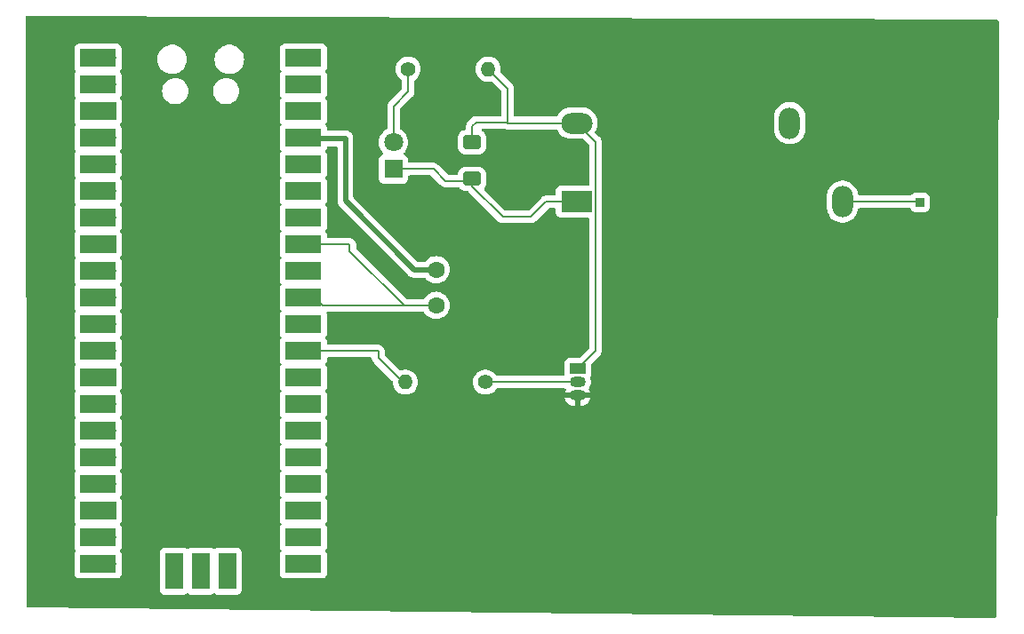
<source format=gbr>
%TF.GenerationSoftware,KiCad,Pcbnew,8.0.0*%
%TF.CreationDate,2024-03-31T23:26:35-03:00*%
%TF.ProjectId,Ponderada Semana 6,506f6e64-6572-4616-9461-2053656d616e,rev?*%
%TF.SameCoordinates,Original*%
%TF.FileFunction,Copper,L1,Top*%
%TF.FilePolarity,Positive*%
%FSLAX46Y46*%
G04 Gerber Fmt 4.6, Leading zero omitted, Abs format (unit mm)*
G04 Created by KiCad (PCBNEW 8.0.0) date 2024-03-31 23:26:35*
%MOMM*%
%LPD*%
G01*
G04 APERTURE LIST*
G04 Aperture macros list*
%AMRoundRect*
0 Rectangle with rounded corners*
0 $1 Rounding radius*
0 $2 $3 $4 $5 $6 $7 $8 $9 X,Y pos of 4 corners*
0 Add a 4 corners polygon primitive as box body*
4,1,4,$2,$3,$4,$5,$6,$7,$8,$9,$2,$3,0*
0 Add four circle primitives for the rounded corners*
1,1,$1+$1,$2,$3*
1,1,$1+$1,$4,$5*
1,1,$1+$1,$6,$7*
1,1,$1+$1,$8,$9*
0 Add four rect primitives between the rounded corners*
20,1,$1+$1,$2,$3,$4,$5,0*
20,1,$1+$1,$4,$5,$6,$7,0*
20,1,$1+$1,$6,$7,$8,$9,0*
20,1,$1+$1,$8,$9,$2,$3,0*%
G04 Aperture macros list end*
%TA.AperFunction,ComponentPad*%
%ADD10C,1.400000*%
%TD*%
%TA.AperFunction,ComponentPad*%
%ADD11O,1.400000X1.400000*%
%TD*%
%TA.AperFunction,ComponentPad*%
%ADD12C,1.800000*%
%TD*%
%TA.AperFunction,ComponentPad*%
%ADD13R,1.800000X1.800000*%
%TD*%
%TA.AperFunction,SMDPad,CuDef*%
%ADD14R,1.700000X3.500000*%
%TD*%
%TA.AperFunction,ComponentPad*%
%ADD15O,1.700000X1.700000*%
%TD*%
%TA.AperFunction,ComponentPad*%
%ADD16R,1.700000X1.700000*%
%TD*%
%TA.AperFunction,SMDPad,CuDef*%
%ADD17R,3.500000X1.700000*%
%TD*%
%TA.AperFunction,ComponentPad*%
%ADD18C,1.600000*%
%TD*%
%TA.AperFunction,ComponentPad*%
%ADD19R,1.500000X1.050000*%
%TD*%
%TA.AperFunction,ComponentPad*%
%ADD20O,1.500000X1.050000*%
%TD*%
%TA.AperFunction,ComponentPad*%
%ADD21O,2.000000X3.000000*%
%TD*%
%TA.AperFunction,ComponentPad*%
%ADD22R,3.000000X2.000000*%
%TD*%
%TA.AperFunction,ComponentPad*%
%ADD23O,3.000000X2.000000*%
%TD*%
%TA.AperFunction,ComponentPad*%
%ADD24R,0.850000X0.850000*%
%TD*%
%TA.AperFunction,SMDPad,CuDef*%
%ADD25RoundRect,0.250000X0.600000X-0.400000X0.600000X0.400000X-0.600000X0.400000X-0.600000X-0.400000X0*%
%TD*%
%TA.AperFunction,Conductor*%
%ADD26C,0.200000*%
%TD*%
%TA.AperFunction,Conductor*%
%ADD27C,0.500000*%
%TD*%
G04 APERTURE END LIST*
D10*
%TO.P,R2,1*%
%TO.N,Net-(Q1-B)*%
X156840000Y-100965000D03*
D11*
%TO.P,R2,2*%
%TO.N,Net-(U1-GPIO22)*%
X149220000Y-100965000D03*
%TD*%
D10*
%TO.P,R1,1*%
%TO.N,Net-(D1-A)*%
X149484000Y-71120000D03*
D11*
%TO.P,R1,2*%
%TO.N,Net-(D2-A)*%
X157104000Y-71120000D03*
%TD*%
D12*
%TO.P,D1,2,A*%
%TO.N,Net-(D1-A)*%
X148082000Y-78110000D03*
D13*
%TO.P,D1,1,K*%
%TO.N,VCC*%
X148082000Y-80650000D03*
%TD*%
D14*
%TO.P,U1,43,SWDIO*%
%TO.N,unconnected-(U1-SWDIO-Pad43)*%
X132262000Y-118986000D03*
D15*
X132262000Y-118086000D03*
D14*
%TO.P,U1,42,GND*%
%TO.N,unconnected-(U1-GND-Pad42)*%
X129722000Y-118986000D03*
D16*
X129722000Y-118086000D03*
D14*
%TO.P,U1,41,SWCLK*%
%TO.N,unconnected-(U1-SWCLK-Pad41)*%
X127182000Y-118986000D03*
D15*
X127182000Y-118086000D03*
D17*
%TO.P,U1,40,VBUS*%
%TO.N,unconnected-(U1-VBUS-Pad40)*%
X139512000Y-70056000D03*
D15*
X138612000Y-70056000D03*
D17*
%TO.P,U1,39,VSYS*%
%TO.N,unconnected-(U1-VSYS-Pad39)*%
X139512000Y-72596000D03*
D15*
X138612000Y-72596000D03*
D17*
%TO.P,U1,38,GND*%
%TO.N,unconnected-(U1-GND-Pad38)*%
X139512000Y-75136000D03*
D16*
X138612000Y-75136000D03*
D17*
%TO.P,U1,37,3V3_EN*%
%TO.N,Net-(U1-3V3_EN)*%
X139512000Y-77676000D03*
D15*
X138612000Y-77676000D03*
D17*
%TO.P,U1,36,3V3*%
%TO.N,unconnected-(U1-3V3-Pad36)*%
X139512000Y-80216000D03*
D15*
X138612000Y-80216000D03*
D17*
%TO.P,U1,35,ADC_VREF*%
%TO.N,unconnected-(U1-ADC_VREF-Pad35)*%
X139512000Y-82756000D03*
D15*
X138612000Y-82756000D03*
D17*
%TO.P,U1,34,GPIO28_ADC2*%
%TO.N,unconnected-(U1-GPIO28_ADC2-Pad34)*%
X139512000Y-85296000D03*
D15*
X138612000Y-85296000D03*
D17*
%TO.P,U1,33,AGND*%
%TO.N,Net-(U1-AGND)*%
X139512000Y-87836000D03*
D16*
X138612000Y-87836000D03*
D17*
%TO.P,U1,32,GPIO27_ADC1*%
%TO.N,unconnected-(U1-GPIO27_ADC1-Pad32)*%
X139512000Y-90376000D03*
D15*
X138612000Y-90376000D03*
D17*
%TO.P,U1,31,GPIO26_ADC0*%
%TO.N,Net-(U1-AGND)*%
X139512000Y-92916000D03*
D15*
X138612000Y-92916000D03*
D17*
%TO.P,U1,30,RUN*%
%TO.N,unconnected-(U1-RUN-Pad30)*%
X139512000Y-95456000D03*
D15*
X138612000Y-95456000D03*
D17*
%TO.P,U1,29,GPIO22*%
%TO.N,Net-(U1-GPIO22)*%
X139512000Y-97996000D03*
D15*
X138612000Y-97996000D03*
D17*
%TO.P,U1,28,GND*%
%TO.N,unconnected-(U1-GND-Pad28)*%
X139512000Y-100536000D03*
D16*
X138612000Y-100536000D03*
D17*
%TO.P,U1,27,GPIO21*%
%TO.N,unconnected-(U1-GPIO21-Pad27)*%
X139512000Y-103076000D03*
D15*
X138612000Y-103076000D03*
D17*
%TO.P,U1,26,GPIO20*%
%TO.N,unconnected-(U1-GPIO20-Pad26)*%
X139512000Y-105616000D03*
D15*
X138612000Y-105616000D03*
D17*
%TO.P,U1,25,GPIO19*%
%TO.N,unconnected-(U1-GPIO19-Pad25)*%
X139512000Y-108156000D03*
D15*
X138612000Y-108156000D03*
D17*
%TO.P,U1,24,GPIO18*%
%TO.N,unconnected-(U1-GPIO18-Pad24)*%
X139512000Y-110696000D03*
D15*
X138612000Y-110696000D03*
D17*
%TO.P,U1,23,GND*%
%TO.N,unconnected-(U1-GND-Pad23)*%
X139512000Y-113236000D03*
D16*
X138612000Y-113236000D03*
D17*
%TO.P,U1,22,GPIO17*%
%TO.N,unconnected-(U1-GPIO17-Pad22)*%
X139512000Y-115776000D03*
D15*
X138612000Y-115776000D03*
D17*
%TO.P,U1,21,GPIO16*%
%TO.N,unconnected-(U1-GPIO16-Pad21)*%
X139512000Y-118316000D03*
D15*
X138612000Y-118316000D03*
D17*
%TO.P,U1,20,GPIO15*%
%TO.N,unconnected-(U1-GPIO15-Pad20)*%
X119932000Y-118316000D03*
D15*
X120832000Y-118316000D03*
D17*
%TO.P,U1,19,GPIO14*%
%TO.N,unconnected-(U1-GPIO14-Pad19)*%
X119932000Y-115776000D03*
D15*
X120832000Y-115776000D03*
D17*
%TO.P,U1,18,GND*%
%TO.N,unconnected-(U1-GND-Pad18)*%
X119932000Y-113236000D03*
D16*
X120832000Y-113236000D03*
D17*
%TO.P,U1,17,GPIO13*%
%TO.N,unconnected-(U1-GPIO13-Pad17)*%
X119932000Y-110696000D03*
D15*
X120832000Y-110696000D03*
D17*
%TO.P,U1,16,GPIO12*%
%TO.N,unconnected-(U1-GPIO12-Pad16)*%
X119932000Y-108156000D03*
D15*
X120832000Y-108156000D03*
D17*
%TO.P,U1,15,GPIO11*%
%TO.N,unconnected-(U1-GPIO11-Pad15)*%
X119932000Y-105616000D03*
D15*
X120832000Y-105616000D03*
D17*
%TO.P,U1,14,GPIO10*%
%TO.N,unconnected-(U1-GPIO10-Pad14)*%
X119932000Y-103076000D03*
D15*
X120832000Y-103076000D03*
D17*
%TO.P,U1,13,GND*%
%TO.N,unconnected-(U1-GND-Pad13)*%
X119932000Y-100536000D03*
D16*
X120832000Y-100536000D03*
D17*
%TO.P,U1,12,GPIO9*%
%TO.N,unconnected-(U1-GPIO9-Pad12)*%
X119932000Y-97996000D03*
D15*
X120832000Y-97996000D03*
D17*
%TO.P,U1,11,GPIO8*%
%TO.N,unconnected-(U1-GPIO8-Pad11)*%
X119932000Y-95456000D03*
D15*
X120832000Y-95456000D03*
D17*
%TO.P,U1,10,GPIO7*%
%TO.N,unconnected-(U1-GPIO7-Pad10)*%
X119932000Y-92916000D03*
D15*
X120832000Y-92916000D03*
D17*
%TO.P,U1,9,GPIO6*%
%TO.N,unconnected-(U1-GPIO6-Pad9)*%
X119932000Y-90376000D03*
D15*
X120832000Y-90376000D03*
D17*
%TO.P,U1,8,GND*%
%TO.N,unconnected-(U1-GND-Pad8)*%
X119932000Y-87836000D03*
D16*
X120832000Y-87836000D03*
D17*
%TO.P,U1,7,GPIO5*%
%TO.N,unconnected-(U1-GPIO5-Pad7)*%
X119932000Y-85296000D03*
D15*
X120832000Y-85296000D03*
D17*
%TO.P,U1,6,GPIO4*%
%TO.N,unconnected-(U1-GPIO4-Pad6)*%
X119932000Y-82756000D03*
D15*
X120832000Y-82756000D03*
D17*
%TO.P,U1,5,GPIO3*%
%TO.N,unconnected-(U1-GPIO3-Pad5)*%
X119932000Y-80216000D03*
D15*
X120832000Y-80216000D03*
D17*
%TO.P,U1,4,GPIO2*%
%TO.N,unconnected-(U1-GPIO2-Pad4)*%
X119932000Y-77676000D03*
D15*
X120832000Y-77676000D03*
D17*
%TO.P,U1,3,GND*%
%TO.N,unconnected-(U1-GND-Pad3)*%
X119932000Y-75136000D03*
D16*
X120832000Y-75136000D03*
D17*
%TO.P,U1,2,GPIO1*%
%TO.N,unconnected-(U1-GPIO1-Pad2)*%
X119932000Y-72596000D03*
D15*
X120832000Y-72596000D03*
D17*
%TO.P,U1,1,GPIO0*%
%TO.N,unconnected-(U1-GPIO0-Pad1)*%
X119932000Y-70056000D03*
D15*
X120832000Y-70056000D03*
%TD*%
D18*
%TO.P,PhotoResistor1,2*%
%TO.N,Net-(U1-AGND)*%
X152146000Y-93648000D03*
%TO.P,PhotoResistor1,1*%
%TO.N,Net-(U1-3V3_EN)*%
X152146000Y-90248000D03*
%TD*%
D19*
%TO.P,Q1,1,C*%
%TO.N,Net-(D2-A)*%
X165629000Y-99695000D03*
D20*
%TO.P,Q1,2,B*%
%TO.N,Net-(Q1-B)*%
X165629000Y-100965000D03*
%TO.P,Q1,3,E*%
%TO.N,GND*%
X165629000Y-102235000D03*
%TD*%
D21*
%TO.P,K1,11*%
%TO.N,N/C*%
X185823000Y-76260000D03*
%TO.P,K1,14*%
%TO.N,Net-(J1-Pin_1)*%
X190863000Y-83760000D03*
D22*
%TO.P,K1,A1*%
%TO.N,VCC*%
X165523000Y-83760000D03*
D23*
%TO.P,K1,A2*%
%TO.N,Net-(D2-A)*%
X165523000Y-76260000D03*
%TD*%
D24*
%TO.P,J1,1,Pin_1*%
%TO.N,Net-(J1-Pin_1)*%
X198247000Y-83820000D03*
%TD*%
D25*
%TO.P,D2,1,K*%
%TO.N,VCC*%
X155575000Y-81588000D03*
%TO.P,D2,2,A*%
%TO.N,Net-(D2-A)*%
X155575000Y-78088000D03*
%TD*%
D26*
%TO.N,Net-(U1-AGND)*%
X140637000Y-92916000D02*
X141369000Y-93648000D01*
X138612000Y-92916000D02*
X140637000Y-92916000D01*
%TO.N,Net-(D2-A)*%
X158972000Y-72988000D02*
X157104000Y-71120000D01*
X158972000Y-76260000D02*
X158972000Y-72988000D01*
%TO.N,Net-(U1-GPIO22)*%
X146637000Y-97996000D02*
X146637000Y-98631000D01*
X146637000Y-98631000D02*
X148971000Y-100965000D01*
D27*
%TO.N,Net-(U1-3V3_EN)*%
X143510000Y-83693000D02*
X150065000Y-90248000D01*
D26*
X138612000Y-77676000D02*
X140172000Y-77676000D01*
D27*
X140220000Y-77724000D02*
X143510000Y-77724000D01*
X150065000Y-90248000D02*
X152146000Y-90248000D01*
X143510000Y-77724000D02*
X143510000Y-83693000D01*
D26*
X140172000Y-77676000D02*
X140220000Y-77724000D01*
%TO.N,Net-(U1-AGND)*%
X143921000Y-87836000D02*
X143921000Y-88471000D01*
%TO.N,Net-(J1-Pin_1)*%
X198187000Y-83760000D02*
X198247000Y-83820000D01*
X190863000Y-83760000D02*
X198187000Y-83760000D01*
%TO.N,Net-(Q1-B)*%
X156840000Y-100965000D02*
X165629000Y-100965000D01*
%TO.N,Net-(D2-A)*%
X167323000Y-78060000D02*
X165523000Y-76260000D01*
X167323000Y-98001000D02*
X167323000Y-78060000D01*
X165629000Y-99695000D02*
X167323000Y-98001000D01*
%TO.N,Net-(U1-GPIO22)*%
X138612000Y-97996000D02*
X146637000Y-97996000D01*
%TO.N,Net-(U1-AGND)*%
X138612000Y-87836000D02*
X143921000Y-87836000D01*
X143921000Y-88471000D02*
X149098000Y-93648000D01*
X149098000Y-93648000D02*
X152146000Y-93648000D01*
X141369000Y-93648000D02*
X149098000Y-93648000D01*
%TO.N,VCC*%
X162620000Y-83760000D02*
X165523000Y-83760000D01*
X161163000Y-85217000D02*
X162620000Y-83760000D01*
X155575000Y-82296000D02*
X158496000Y-85217000D01*
X158496000Y-85217000D02*
X161163000Y-85217000D01*
X155575000Y-81588000D02*
X155575000Y-82296000D01*
X153035000Y-81788000D02*
X155375000Y-81788000D01*
X155375000Y-81788000D02*
X155575000Y-81588000D01*
X148082000Y-80650000D02*
X151897000Y-80650000D01*
X151897000Y-80650000D02*
X153035000Y-81788000D01*
%TO.N,Net-(D2-A)*%
X155956000Y-76200000D02*
X158912000Y-76200000D01*
X155575000Y-76581000D02*
X155956000Y-76200000D01*
X155575000Y-78088000D02*
X155575000Y-76581000D01*
X158912000Y-76200000D02*
X158972000Y-76260000D01*
%TO.N,Net-(D1-A)*%
X149484000Y-73274000D02*
X149484000Y-71120000D01*
X148082000Y-74676000D02*
X149484000Y-73274000D01*
X148082000Y-78110000D02*
X148082000Y-74676000D01*
%TO.N,Net-(D2-A)*%
X165523000Y-76260000D02*
X158972000Y-76260000D01*
%TD*%
%TA.AperFunction,Conductor*%
%TO.N,GND*%
G36*
X205615958Y-66420490D02*
G01*
X205682916Y-66440450D01*
X205728453Y-66493442D01*
X205739447Y-66545041D01*
X205486555Y-123319186D01*
X205466572Y-123386137D01*
X205413565Y-123431657D01*
X205361192Y-123442626D01*
X113279360Y-122429346D01*
X113212541Y-122408925D01*
X113167370Y-122355621D01*
X113156724Y-122305633D01*
X113154188Y-121179797D01*
X113149760Y-119213870D01*
X117681500Y-119213870D01*
X117681501Y-119213876D01*
X117687908Y-119273483D01*
X117738202Y-119408328D01*
X117738206Y-119408335D01*
X117824452Y-119523544D01*
X117824455Y-119523547D01*
X117939664Y-119609793D01*
X117939671Y-119609797D01*
X118074517Y-119660091D01*
X118074516Y-119660091D01*
X118081444Y-119660835D01*
X118134127Y-119666500D01*
X120767611Y-119666499D01*
X120778419Y-119666971D01*
X120831999Y-119671659D01*
X120832000Y-119671659D01*
X120832001Y-119671659D01*
X120885580Y-119666971D01*
X120896388Y-119666499D01*
X121729871Y-119666499D01*
X121729872Y-119666499D01*
X121789483Y-119660091D01*
X121924331Y-119609796D01*
X122039546Y-119523546D01*
X122125796Y-119408331D01*
X122176091Y-119273483D01*
X122182500Y-119213873D01*
X122182499Y-118380383D01*
X122182971Y-118369576D01*
X122187659Y-118316000D01*
X122187659Y-118315999D01*
X122182971Y-118262421D01*
X122182499Y-118251613D01*
X122182499Y-118086001D01*
X125826341Y-118086001D01*
X125831028Y-118139574D01*
X125831500Y-118150381D01*
X125831500Y-120783870D01*
X125831501Y-120783876D01*
X125837908Y-120843483D01*
X125888202Y-120978328D01*
X125888206Y-120978335D01*
X125974452Y-121093544D01*
X125974455Y-121093547D01*
X126089664Y-121179793D01*
X126089671Y-121179797D01*
X126224517Y-121230091D01*
X126224516Y-121230091D01*
X126231444Y-121230835D01*
X126284127Y-121236500D01*
X128079872Y-121236499D01*
X128139483Y-121230091D01*
X128274331Y-121179796D01*
X128377690Y-121102421D01*
X128443152Y-121078004D01*
X128511425Y-121092855D01*
X128526303Y-121102416D01*
X128629665Y-121179793D01*
X128629668Y-121179795D01*
X128629671Y-121179797D01*
X128764517Y-121230091D01*
X128764516Y-121230091D01*
X128771444Y-121230835D01*
X128824127Y-121236500D01*
X130619872Y-121236499D01*
X130679483Y-121230091D01*
X130814331Y-121179796D01*
X130917690Y-121102421D01*
X130983152Y-121078004D01*
X131051425Y-121092855D01*
X131066303Y-121102416D01*
X131169665Y-121179793D01*
X131169668Y-121179795D01*
X131169671Y-121179797D01*
X131304517Y-121230091D01*
X131304516Y-121230091D01*
X131311444Y-121230835D01*
X131364127Y-121236500D01*
X133159872Y-121236499D01*
X133219483Y-121230091D01*
X133354331Y-121179796D01*
X133469546Y-121093546D01*
X133555796Y-120978331D01*
X133606091Y-120843483D01*
X133612500Y-120783873D01*
X133612499Y-118316002D01*
X137256341Y-118316002D01*
X137261028Y-118369576D01*
X137261500Y-118380383D01*
X137261500Y-119213870D01*
X137261501Y-119213876D01*
X137267908Y-119273483D01*
X137318202Y-119408328D01*
X137318206Y-119408335D01*
X137404452Y-119523544D01*
X137404455Y-119523547D01*
X137519664Y-119609793D01*
X137519671Y-119609797D01*
X137654517Y-119660091D01*
X137654516Y-119660091D01*
X137661444Y-119660835D01*
X137714127Y-119666500D01*
X138547616Y-119666499D01*
X138558425Y-119666971D01*
X138612000Y-119671659D01*
X138665575Y-119666971D01*
X138676384Y-119666499D01*
X141309871Y-119666499D01*
X141309872Y-119666499D01*
X141369483Y-119660091D01*
X141504331Y-119609796D01*
X141619546Y-119523546D01*
X141705796Y-119408331D01*
X141756091Y-119273483D01*
X141762500Y-119213873D01*
X141762499Y-117418128D01*
X141756091Y-117358517D01*
X141705796Y-117223669D01*
X141628421Y-117120309D01*
X141604004Y-117054848D01*
X141618855Y-116986575D01*
X141628416Y-116971696D01*
X141705796Y-116868331D01*
X141756091Y-116733483D01*
X141762500Y-116673873D01*
X141762499Y-114878128D01*
X141756091Y-114818517D01*
X141705796Y-114683669D01*
X141628421Y-114580309D01*
X141604004Y-114514848D01*
X141618855Y-114446575D01*
X141628416Y-114431696D01*
X141705796Y-114328331D01*
X141756091Y-114193483D01*
X141762500Y-114133873D01*
X141762499Y-112338128D01*
X141756091Y-112278517D01*
X141705796Y-112143669D01*
X141628421Y-112040309D01*
X141604004Y-111974848D01*
X141618855Y-111906575D01*
X141628416Y-111891696D01*
X141705796Y-111788331D01*
X141756091Y-111653483D01*
X141762500Y-111593873D01*
X141762499Y-109798128D01*
X141756091Y-109738517D01*
X141705796Y-109603669D01*
X141628421Y-109500309D01*
X141604004Y-109434848D01*
X141618855Y-109366575D01*
X141628416Y-109351696D01*
X141705796Y-109248331D01*
X141756091Y-109113483D01*
X141762500Y-109053873D01*
X141762499Y-107258128D01*
X141756091Y-107198517D01*
X141705796Y-107063669D01*
X141628421Y-106960309D01*
X141604004Y-106894848D01*
X141618855Y-106826575D01*
X141628416Y-106811696D01*
X141705796Y-106708331D01*
X141756091Y-106573483D01*
X141762500Y-106513873D01*
X141762499Y-104718128D01*
X141756091Y-104658517D01*
X141705796Y-104523669D01*
X141628421Y-104420309D01*
X141604004Y-104354848D01*
X141618855Y-104286575D01*
X141628416Y-104271696D01*
X141705796Y-104168331D01*
X141756091Y-104033483D01*
X141762500Y-103973873D01*
X141762499Y-102178128D01*
X141756091Y-102118517D01*
X141728389Y-102044245D01*
X141705797Y-101983671D01*
X141705795Y-101983668D01*
X141681408Y-101951091D01*
X141628421Y-101880309D01*
X141604004Y-101814848D01*
X141618855Y-101746575D01*
X141628416Y-101731696D01*
X141705796Y-101628331D01*
X141756091Y-101493483D01*
X141762500Y-101433873D01*
X141762499Y-99638128D01*
X141756091Y-99578517D01*
X141705796Y-99443669D01*
X141628421Y-99340309D01*
X141604004Y-99274848D01*
X141618855Y-99206575D01*
X141628416Y-99191696D01*
X141705796Y-99088331D01*
X141756091Y-98953483D01*
X141762500Y-98893873D01*
X141762500Y-98720500D01*
X141782185Y-98653461D01*
X141834989Y-98607706D01*
X141886500Y-98596500D01*
X145912804Y-98596500D01*
X145979843Y-98616185D01*
X146025598Y-98668989D01*
X146035743Y-98704313D01*
X146036498Y-98710054D01*
X146063936Y-98812454D01*
X146077423Y-98862785D01*
X146095371Y-98893872D01*
X146095373Y-98893874D01*
X146156479Y-98999714D01*
X146156481Y-98999717D01*
X146275349Y-99118585D01*
X146275355Y-99118590D01*
X147982304Y-100825539D01*
X148015789Y-100886862D01*
X148018094Y-100924659D01*
X148014357Y-100964996D01*
X148014357Y-100965000D01*
X148034884Y-101186535D01*
X148034885Y-101186537D01*
X148095769Y-101400523D01*
X148095775Y-101400538D01*
X148194938Y-101599683D01*
X148194943Y-101599691D01*
X148329020Y-101777238D01*
X148493437Y-101927123D01*
X148493439Y-101927125D01*
X148682595Y-102044245D01*
X148682596Y-102044245D01*
X148682599Y-102044247D01*
X148890060Y-102124618D01*
X149108757Y-102165500D01*
X149108759Y-102165500D01*
X149331241Y-102165500D01*
X149331243Y-102165500D01*
X149549940Y-102124618D01*
X149757401Y-102044247D01*
X149946562Y-101927124D01*
X150110981Y-101777236D01*
X150245058Y-101599689D01*
X150344229Y-101400528D01*
X150405115Y-101186536D01*
X150425643Y-100965000D01*
X150405115Y-100743464D01*
X150344229Y-100529472D01*
X150344224Y-100529461D01*
X150245061Y-100330316D01*
X150245056Y-100330308D01*
X150110979Y-100152761D01*
X149946562Y-100002876D01*
X149946560Y-100002874D01*
X149757404Y-99885754D01*
X149757398Y-99885752D01*
X149549940Y-99805382D01*
X149331243Y-99764500D01*
X149108757Y-99764500D01*
X148890060Y-99805382D01*
X148890057Y-99805383D01*
X148890053Y-99805384D01*
X148800023Y-99840261D01*
X148730400Y-99846122D01*
X148668660Y-99813412D01*
X148667550Y-99812315D01*
X147273819Y-98418584D01*
X147240334Y-98357261D01*
X147237500Y-98330903D01*
X147237500Y-97916945D01*
X147237500Y-97916943D01*
X147196577Y-97764216D01*
X147160023Y-97700902D01*
X147117524Y-97627290D01*
X147117518Y-97627282D01*
X147005717Y-97515481D01*
X147005709Y-97515475D01*
X146868790Y-97436426D01*
X146868786Y-97436424D01*
X146868784Y-97436423D01*
X146716057Y-97395500D01*
X146716056Y-97395500D01*
X141886499Y-97395500D01*
X141819460Y-97375815D01*
X141773705Y-97323011D01*
X141762499Y-97271500D01*
X141762499Y-97098129D01*
X141762498Y-97098123D01*
X141762497Y-97098116D01*
X141756091Y-97038517D01*
X141705796Y-96903669D01*
X141628421Y-96800309D01*
X141604004Y-96734848D01*
X141618855Y-96666575D01*
X141628416Y-96651696D01*
X141705796Y-96548331D01*
X141756091Y-96413483D01*
X141762500Y-96353873D01*
X141762499Y-94558128D01*
X141756091Y-94498517D01*
X141751847Y-94487139D01*
X141725252Y-94415833D01*
X141720268Y-94346141D01*
X141753753Y-94284818D01*
X141815076Y-94251334D01*
X141841434Y-94248500D01*
X149011331Y-94248500D01*
X149011347Y-94248501D01*
X149018943Y-94248501D01*
X149184654Y-94248501D01*
X149184670Y-94248500D01*
X150914308Y-94248500D01*
X150981347Y-94268185D01*
X151015880Y-94301374D01*
X151101480Y-94423624D01*
X151145954Y-94487141D01*
X151306858Y-94648045D01*
X151306861Y-94648047D01*
X151493266Y-94778568D01*
X151699504Y-94874739D01*
X151919308Y-94933635D01*
X152081230Y-94947801D01*
X152145998Y-94953468D01*
X152146000Y-94953468D01*
X152146002Y-94953468D01*
X152202673Y-94948509D01*
X152372692Y-94933635D01*
X152592496Y-94874739D01*
X152798734Y-94778568D01*
X152985139Y-94648047D01*
X153146047Y-94487139D01*
X153276568Y-94300734D01*
X153372739Y-94094496D01*
X153431635Y-93874692D01*
X153451468Y-93648000D01*
X153431635Y-93421308D01*
X153372739Y-93201504D01*
X153276568Y-92995266D01*
X153146047Y-92808861D01*
X153146045Y-92808858D01*
X152985141Y-92647954D01*
X152798734Y-92517432D01*
X152798732Y-92517431D01*
X152592497Y-92421261D01*
X152592488Y-92421258D01*
X152372697Y-92362366D01*
X152372693Y-92362365D01*
X152372692Y-92362365D01*
X152372691Y-92362364D01*
X152372686Y-92362364D01*
X152146002Y-92342532D01*
X152145998Y-92342532D01*
X151919313Y-92362364D01*
X151919302Y-92362366D01*
X151699511Y-92421258D01*
X151699502Y-92421261D01*
X151493267Y-92517431D01*
X151493265Y-92517432D01*
X151306858Y-92647954D01*
X151145954Y-92808858D01*
X151070936Y-92915997D01*
X151015881Y-92994624D01*
X150961307Y-93038248D01*
X150914308Y-93047500D01*
X149398098Y-93047500D01*
X149331059Y-93027815D01*
X149310417Y-93011181D01*
X144557819Y-88258583D01*
X144524334Y-88197260D01*
X144521500Y-88170902D01*
X144521500Y-87756945D01*
X144521500Y-87756943D01*
X144480577Y-87604216D01*
X144480573Y-87604209D01*
X144401524Y-87467290D01*
X144401518Y-87467282D01*
X144289717Y-87355481D01*
X144289709Y-87355475D01*
X144152790Y-87276426D01*
X144152786Y-87276424D01*
X144152784Y-87276423D01*
X144000057Y-87235500D01*
X144000056Y-87235500D01*
X141886499Y-87235500D01*
X141819460Y-87215815D01*
X141773705Y-87163011D01*
X141762499Y-87111500D01*
X141762499Y-86938129D01*
X141762498Y-86938123D01*
X141762497Y-86938116D01*
X141756091Y-86878517D01*
X141705796Y-86743669D01*
X141628421Y-86640309D01*
X141604004Y-86574848D01*
X141618855Y-86506575D01*
X141628416Y-86491696D01*
X141705796Y-86388331D01*
X141756091Y-86253483D01*
X141762500Y-86193873D01*
X141762499Y-84398128D01*
X141756091Y-84338517D01*
X141705796Y-84203669D01*
X141628421Y-84100309D01*
X141604004Y-84034848D01*
X141618855Y-83966575D01*
X141628416Y-83951696D01*
X141705796Y-83848331D01*
X141756091Y-83713483D01*
X141762500Y-83653873D01*
X141762499Y-81858128D01*
X141756091Y-81798517D01*
X141753785Y-81792335D01*
X141705797Y-81663671D01*
X141705795Y-81663668D01*
X141701164Y-81657482D01*
X141628421Y-81560309D01*
X141604004Y-81494848D01*
X141618855Y-81426575D01*
X141628416Y-81411696D01*
X141705796Y-81308331D01*
X141756091Y-81173483D01*
X141762500Y-81113873D01*
X141762499Y-79318128D01*
X141756091Y-79258517D01*
X141755118Y-79255909D01*
X141705797Y-79123671D01*
X141705795Y-79123668D01*
X141673638Y-79080712D01*
X141628421Y-79020309D01*
X141604004Y-78954848D01*
X141618855Y-78886575D01*
X141628416Y-78871696D01*
X141705796Y-78768331D01*
X141756091Y-78633483D01*
X141761277Y-78585242D01*
X141788014Y-78520694D01*
X141845406Y-78480846D01*
X141884566Y-78474500D01*
X142635500Y-78474500D01*
X142702539Y-78494185D01*
X142748294Y-78546989D01*
X142759500Y-78598500D01*
X142759500Y-83766918D01*
X142759500Y-83766920D01*
X142759499Y-83766920D01*
X142788340Y-83911907D01*
X142788343Y-83911917D01*
X142844913Y-84048490D01*
X142844914Y-84048492D01*
X142871616Y-84088454D01*
X142871617Y-84088456D01*
X142927043Y-84171410D01*
X142927047Y-84171415D01*
X149586586Y-90830954D01*
X149616058Y-90850645D01*
X149660270Y-90880186D01*
X149709505Y-90913084D01*
X149709506Y-90913084D01*
X149709507Y-90913085D01*
X149709509Y-90913086D01*
X149846082Y-90969656D01*
X149846087Y-90969658D01*
X149846091Y-90969658D01*
X149846092Y-90969659D01*
X149991079Y-90998500D01*
X149991082Y-90998500D01*
X149991083Y-90998500D01*
X150138917Y-90998500D01*
X151019337Y-90998500D01*
X151086376Y-91018185D01*
X151120912Y-91051377D01*
X151145954Y-91087141D01*
X151306858Y-91248045D01*
X151306861Y-91248047D01*
X151493266Y-91378568D01*
X151699504Y-91474739D01*
X151919308Y-91533635D01*
X152081230Y-91547801D01*
X152145998Y-91553468D01*
X152146000Y-91553468D01*
X152146002Y-91553468D01*
X152202673Y-91548509D01*
X152372692Y-91533635D01*
X152592496Y-91474739D01*
X152798734Y-91378568D01*
X152985139Y-91248047D01*
X153146047Y-91087139D01*
X153276568Y-90900734D01*
X153372739Y-90694496D01*
X153431635Y-90474692D01*
X153451468Y-90248000D01*
X153431635Y-90021308D01*
X153372739Y-89801504D01*
X153276568Y-89595266D01*
X153152808Y-89418517D01*
X153146045Y-89408858D01*
X152985141Y-89247954D01*
X152798734Y-89117432D01*
X152798732Y-89117431D01*
X152592497Y-89021261D01*
X152592488Y-89021258D01*
X152372697Y-88962366D01*
X152372693Y-88962365D01*
X152372692Y-88962365D01*
X152372691Y-88962364D01*
X152372686Y-88962364D01*
X152146002Y-88942532D01*
X152145998Y-88942532D01*
X151919313Y-88962364D01*
X151919302Y-88962366D01*
X151699511Y-89021258D01*
X151699502Y-89021261D01*
X151493267Y-89117431D01*
X151493265Y-89117432D01*
X151306858Y-89247954D01*
X151145954Y-89408858D01*
X151120912Y-89444623D01*
X151066335Y-89488248D01*
X151019337Y-89497500D01*
X150427230Y-89497500D01*
X150360191Y-89477815D01*
X150339549Y-89461181D01*
X144296819Y-83418451D01*
X144263334Y-83357128D01*
X144260500Y-83330770D01*
X144260500Y-78110006D01*
X146676700Y-78110006D01*
X146695864Y-78341297D01*
X146695866Y-78341308D01*
X146752842Y-78566300D01*
X146846075Y-78778848D01*
X146973016Y-78973147D01*
X146973019Y-78973151D01*
X146973021Y-78973153D01*
X147067803Y-79076114D01*
X147098724Y-79138767D01*
X147090864Y-79208193D01*
X147046716Y-79262348D01*
X147019906Y-79276277D01*
X146939669Y-79306203D01*
X146939664Y-79306206D01*
X146824455Y-79392452D01*
X146824452Y-79392455D01*
X146738206Y-79507664D01*
X146738202Y-79507671D01*
X146687908Y-79642517D01*
X146681501Y-79702116D01*
X146681501Y-79702123D01*
X146681500Y-79702135D01*
X146681500Y-81597870D01*
X146681501Y-81597876D01*
X146687908Y-81657483D01*
X146738202Y-81792328D01*
X146738206Y-81792335D01*
X146824452Y-81907544D01*
X146824455Y-81907547D01*
X146939664Y-81993793D01*
X146939671Y-81993797D01*
X147074517Y-82044091D01*
X147074516Y-82044091D01*
X147081444Y-82044835D01*
X147134127Y-82050500D01*
X149029872Y-82050499D01*
X149089483Y-82044091D01*
X149224331Y-81993796D01*
X149339546Y-81907546D01*
X149425796Y-81792331D01*
X149476091Y-81657483D01*
X149482500Y-81597873D01*
X149482500Y-81374500D01*
X149502185Y-81307461D01*
X149554989Y-81261706D01*
X149606500Y-81250500D01*
X151596903Y-81250500D01*
X151663942Y-81270185D01*
X151684584Y-81286819D01*
X152550139Y-82152374D01*
X152550149Y-82152385D01*
X152554479Y-82156715D01*
X152554480Y-82156716D01*
X152666284Y-82268520D01*
X152748876Y-82316204D01*
X152803215Y-82347577D01*
X152955943Y-82388501D01*
X152955946Y-82388501D01*
X153121653Y-82388501D01*
X153121669Y-82388500D01*
X154271042Y-82388500D01*
X154338081Y-82408185D01*
X154376580Y-82447402D01*
X154382288Y-82456656D01*
X154506344Y-82580712D01*
X154655666Y-82672814D01*
X154822203Y-82727999D01*
X154924991Y-82738500D01*
X155116900Y-82738499D01*
X155183940Y-82758183D01*
X155204582Y-82774818D01*
X155213349Y-82783585D01*
X155213355Y-82783590D01*
X158011139Y-85581374D01*
X158011149Y-85581385D01*
X158015479Y-85585715D01*
X158015480Y-85585716D01*
X158127284Y-85697520D01*
X158172376Y-85723553D01*
X158214095Y-85747639D01*
X158214097Y-85747641D01*
X158252151Y-85769611D01*
X158264215Y-85776577D01*
X158416943Y-85817501D01*
X158416946Y-85817501D01*
X158582653Y-85817501D01*
X158582669Y-85817500D01*
X161076331Y-85817500D01*
X161076347Y-85817501D01*
X161083943Y-85817501D01*
X161242054Y-85817501D01*
X161242057Y-85817501D01*
X161394785Y-85776577D01*
X161444904Y-85747639D01*
X161531716Y-85697520D01*
X161643520Y-85585716D01*
X161643520Y-85585714D01*
X161653728Y-85575507D01*
X161653729Y-85575504D01*
X162832416Y-84396819D01*
X162893739Y-84363334D01*
X162920097Y-84360500D01*
X163398501Y-84360500D01*
X163465540Y-84380185D01*
X163511295Y-84432989D01*
X163522501Y-84484500D01*
X163522501Y-84807876D01*
X163528908Y-84867483D01*
X163579202Y-85002328D01*
X163579206Y-85002335D01*
X163665452Y-85117544D01*
X163665455Y-85117547D01*
X163780664Y-85203793D01*
X163780671Y-85203797D01*
X163915517Y-85254091D01*
X163915516Y-85254091D01*
X163922444Y-85254835D01*
X163975127Y-85260500D01*
X166598500Y-85260499D01*
X166665539Y-85280184D01*
X166711294Y-85332987D01*
X166722500Y-85384499D01*
X166722500Y-97700902D01*
X166702815Y-97767941D01*
X166686181Y-97788583D01*
X165841582Y-98633181D01*
X165780259Y-98666666D01*
X165753901Y-98669500D01*
X164831129Y-98669500D01*
X164831123Y-98669501D01*
X164771516Y-98675908D01*
X164636671Y-98726202D01*
X164636664Y-98726206D01*
X164521455Y-98812452D01*
X164521452Y-98812455D01*
X164435206Y-98927664D01*
X164435202Y-98927671D01*
X164384908Y-99062517D01*
X164378501Y-99122116D01*
X164378500Y-99122135D01*
X164378501Y-100240500D01*
X164358816Y-100307539D01*
X164306013Y-100353294D01*
X164254501Y-100364500D01*
X157952621Y-100364500D01*
X157885582Y-100344815D01*
X157853667Y-100315227D01*
X157730979Y-100152761D01*
X157566562Y-100002876D01*
X157566560Y-100002874D01*
X157377404Y-99885754D01*
X157377398Y-99885752D01*
X157169940Y-99805382D01*
X156951243Y-99764500D01*
X156728757Y-99764500D01*
X156510060Y-99805382D01*
X156420027Y-99840261D01*
X156302601Y-99885752D01*
X156302595Y-99885754D01*
X156113439Y-100002874D01*
X156113437Y-100002876D01*
X155949020Y-100152761D01*
X155814943Y-100330308D01*
X155814938Y-100330316D01*
X155715775Y-100529461D01*
X155715769Y-100529476D01*
X155654885Y-100743462D01*
X155654884Y-100743464D01*
X155634357Y-100964999D01*
X155634357Y-100965000D01*
X155654884Y-101186535D01*
X155654885Y-101186537D01*
X155715769Y-101400523D01*
X155715775Y-101400538D01*
X155814938Y-101599683D01*
X155814943Y-101599691D01*
X155949020Y-101777238D01*
X156113437Y-101927123D01*
X156113439Y-101927125D01*
X156302595Y-102044245D01*
X156302596Y-102044245D01*
X156302599Y-102044247D01*
X156510060Y-102124618D01*
X156728757Y-102165500D01*
X156728759Y-102165500D01*
X156951241Y-102165500D01*
X156951243Y-102165500D01*
X157169940Y-102124618D01*
X157377401Y-102044247D01*
X157566562Y-101927124D01*
X157730981Y-101777236D01*
X157853667Y-101614772D01*
X157909776Y-101573137D01*
X157952621Y-101565500D01*
X164387114Y-101565500D01*
X164454153Y-101585185D01*
X164499908Y-101637989D01*
X164509852Y-101707147D01*
X164497837Y-101743788D01*
X164497987Y-101743851D01*
X164497169Y-101745824D01*
X164496470Y-101747958D01*
X164495652Y-101749487D01*
X164418390Y-101936016D01*
X164418387Y-101936025D01*
X164408647Y-101985000D01*
X165263134Y-101985000D01*
X165287326Y-101987383D01*
X165290123Y-101987939D01*
X165302995Y-101990499D01*
X165302996Y-101990500D01*
X165302997Y-101990500D01*
X165343170Y-101990500D01*
X165328925Y-102004745D01*
X165279556Y-102090255D01*
X165254000Y-102185630D01*
X165254000Y-102284370D01*
X165279556Y-102379745D01*
X165328925Y-102465255D01*
X165348670Y-102485000D01*
X164408647Y-102485000D01*
X164418387Y-102533974D01*
X164418390Y-102533983D01*
X164495652Y-102720513D01*
X164495659Y-102720526D01*
X164607829Y-102888399D01*
X164607832Y-102888403D01*
X164750596Y-103031167D01*
X164750600Y-103031170D01*
X164918473Y-103143340D01*
X164918486Y-103143347D01*
X165105016Y-103220609D01*
X165105025Y-103220612D01*
X165303041Y-103259999D01*
X165303045Y-103260000D01*
X165379000Y-103260000D01*
X165379000Y-102515330D01*
X165398745Y-102535075D01*
X165484255Y-102584444D01*
X165579630Y-102610000D01*
X165678370Y-102610000D01*
X165773745Y-102584444D01*
X165859255Y-102535075D01*
X165879000Y-102515330D01*
X165879000Y-103260000D01*
X165954955Y-103260000D01*
X165954958Y-103259999D01*
X166152974Y-103220612D01*
X166152983Y-103220609D01*
X166339513Y-103143347D01*
X166339526Y-103143340D01*
X166507399Y-103031170D01*
X166507403Y-103031167D01*
X166650167Y-102888403D01*
X166650170Y-102888399D01*
X166762340Y-102720526D01*
X166762347Y-102720513D01*
X166839609Y-102533983D01*
X166839612Y-102533974D01*
X166849353Y-102485000D01*
X165909330Y-102485000D01*
X165929075Y-102465255D01*
X165978444Y-102379745D01*
X166004000Y-102284370D01*
X166004000Y-102185630D01*
X165978444Y-102090255D01*
X165929075Y-102004745D01*
X165914830Y-101990500D01*
X165955004Y-101990500D01*
X165955004Y-101990499D01*
X165968473Y-101987820D01*
X165970674Y-101987383D01*
X165994866Y-101985000D01*
X166849353Y-101985000D01*
X166839612Y-101936025D01*
X166839609Y-101936016D01*
X166762347Y-101749486D01*
X166762343Y-101749479D01*
X166708795Y-101669340D01*
X166687917Y-101602662D01*
X166706401Y-101535282D01*
X166708733Y-101531652D01*
X166762786Y-101450756D01*
X166840091Y-101264127D01*
X166879500Y-101066003D01*
X166879500Y-100863997D01*
X166840091Y-100665873D01*
X166806673Y-100585198D01*
X166799205Y-100515730D01*
X166818964Y-100470340D01*
X166818547Y-100470112D01*
X166821095Y-100465444D01*
X166821972Y-100463431D01*
X166822796Y-100462331D01*
X166873091Y-100327483D01*
X166879500Y-100267873D01*
X166879499Y-99345096D01*
X166899183Y-99278058D01*
X166915813Y-99257421D01*
X167803520Y-98369716D01*
X167882577Y-98232784D01*
X167923501Y-98080057D01*
X167923501Y-97921942D01*
X167923501Y-97914347D01*
X167923500Y-97914329D01*
X167923500Y-84378097D01*
X189362500Y-84378097D01*
X189399446Y-84611368D01*
X189472433Y-84835996D01*
X189488477Y-84867483D01*
X189579657Y-85046433D01*
X189718483Y-85237510D01*
X189885490Y-85404517D01*
X190076567Y-85543343D01*
X190151207Y-85581374D01*
X190287003Y-85650566D01*
X190287005Y-85650566D01*
X190287008Y-85650568D01*
X190407412Y-85689689D01*
X190511631Y-85723553D01*
X190744903Y-85760500D01*
X190744908Y-85760500D01*
X190981097Y-85760500D01*
X191214368Y-85723553D01*
X191438992Y-85650568D01*
X191649433Y-85543343D01*
X191840510Y-85404517D01*
X192007517Y-85237510D01*
X192146343Y-85046433D01*
X192253568Y-84835992D01*
X192326553Y-84611368D01*
X192328858Y-84596815D01*
X192349720Y-84465102D01*
X192379649Y-84401967D01*
X192438961Y-84365036D01*
X192472193Y-84360500D01*
X197244804Y-84360500D01*
X197311843Y-84380185D01*
X197357598Y-84432989D01*
X197360986Y-84441168D01*
X197378201Y-84487326D01*
X197378206Y-84487335D01*
X197464452Y-84602544D01*
X197464455Y-84602547D01*
X197579664Y-84688793D01*
X197579671Y-84688797D01*
X197714517Y-84739091D01*
X197714516Y-84739091D01*
X197721444Y-84739835D01*
X197774127Y-84745500D01*
X198719872Y-84745499D01*
X198779483Y-84739091D01*
X198914331Y-84688796D01*
X199029546Y-84602546D01*
X199115796Y-84487331D01*
X199166091Y-84352483D01*
X199172500Y-84292873D01*
X199172499Y-83347128D01*
X199166091Y-83287517D01*
X199163093Y-83279480D01*
X199115797Y-83152671D01*
X199115793Y-83152664D01*
X199029547Y-83037455D01*
X199029544Y-83037452D01*
X198914335Y-82951206D01*
X198914328Y-82951202D01*
X198779482Y-82900908D01*
X198779483Y-82900908D01*
X198719883Y-82894501D01*
X198719881Y-82894500D01*
X198719873Y-82894500D01*
X198719864Y-82894500D01*
X197774129Y-82894500D01*
X197774123Y-82894501D01*
X197714516Y-82900908D01*
X197579671Y-82951202D01*
X197579664Y-82951206D01*
X197464456Y-83037452D01*
X197464455Y-83037453D01*
X197464454Y-83037454D01*
X197410288Y-83109811D01*
X197354354Y-83151682D01*
X197311021Y-83159500D01*
X192472193Y-83159500D01*
X192405154Y-83139815D01*
X192359399Y-83087011D01*
X192349720Y-83054898D01*
X192326553Y-82908631D01*
X192276959Y-82755997D01*
X192253568Y-82684008D01*
X192253566Y-82684005D01*
X192253566Y-82684003D01*
X192168814Y-82517669D01*
X192146343Y-82473567D01*
X192007517Y-82282490D01*
X191840510Y-82115483D01*
X191649433Y-81976657D01*
X191438996Y-81869433D01*
X191214368Y-81796446D01*
X190981097Y-81759500D01*
X190981092Y-81759500D01*
X190744908Y-81759500D01*
X190744903Y-81759500D01*
X190511631Y-81796446D01*
X190287003Y-81869433D01*
X190076566Y-81976657D01*
X189974931Y-82050500D01*
X189885490Y-82115483D01*
X189885488Y-82115485D01*
X189885487Y-82115485D01*
X189718485Y-82282487D01*
X189718485Y-82282488D01*
X189718483Y-82282490D01*
X189693987Y-82316206D01*
X189579657Y-82473566D01*
X189472433Y-82684003D01*
X189399446Y-82908631D01*
X189362500Y-83141902D01*
X189362500Y-84378097D01*
X167923500Y-84378097D01*
X167923500Y-77980943D01*
X167920769Y-77970753D01*
X167920768Y-77970748D01*
X167903022Y-77904518D01*
X167903021Y-77904514D01*
X167882577Y-77828216D01*
X167840863Y-77755964D01*
X167803524Y-77691290D01*
X167803521Y-77691286D01*
X167803520Y-77691284D01*
X167691716Y-77579480D01*
X167691715Y-77579479D01*
X167687385Y-77575149D01*
X167687374Y-77575139D01*
X167319087Y-77206852D01*
X167285602Y-77145529D01*
X167290586Y-77075837D01*
X167304055Y-77050747D01*
X167303797Y-77050589D01*
X167306338Y-77046441D01*
X167306339Y-77046437D01*
X167306343Y-77046433D01*
X167392114Y-76878097D01*
X184322500Y-76878097D01*
X184359446Y-77111368D01*
X184432433Y-77335996D01*
X184538082Y-77543342D01*
X184539657Y-77546433D01*
X184678483Y-77737510D01*
X184845490Y-77904517D01*
X185036567Y-78043343D01*
X185135991Y-78094002D01*
X185247003Y-78150566D01*
X185247005Y-78150566D01*
X185247008Y-78150568D01*
X185367412Y-78189689D01*
X185471631Y-78223553D01*
X185704903Y-78260500D01*
X185704908Y-78260500D01*
X185941097Y-78260500D01*
X186174368Y-78223553D01*
X186398992Y-78150568D01*
X186609433Y-78043343D01*
X186800510Y-77904517D01*
X186967517Y-77737510D01*
X187106343Y-77546433D01*
X187213568Y-77335992D01*
X187286553Y-77111368D01*
X187292141Y-77076087D01*
X187323500Y-76878097D01*
X187323500Y-75641902D01*
X187286553Y-75408631D01*
X187213566Y-75184003D01*
X187107917Y-74976657D01*
X187106343Y-74973567D01*
X186967517Y-74782490D01*
X186800510Y-74615483D01*
X186609433Y-74476657D01*
X186598874Y-74471277D01*
X186398996Y-74369433D01*
X186174368Y-74296446D01*
X185941097Y-74259500D01*
X185941092Y-74259500D01*
X185704908Y-74259500D01*
X185704903Y-74259500D01*
X185471631Y-74296446D01*
X185247003Y-74369433D01*
X185036566Y-74476657D01*
X184927550Y-74555862D01*
X184845490Y-74615483D01*
X184845488Y-74615485D01*
X184845487Y-74615485D01*
X184678485Y-74782487D01*
X184678485Y-74782488D01*
X184678483Y-74782490D01*
X184668343Y-74796447D01*
X184539657Y-74973566D01*
X184432433Y-75184003D01*
X184359446Y-75408631D01*
X184322500Y-75641902D01*
X184322500Y-76878097D01*
X167392114Y-76878097D01*
X167413568Y-76835992D01*
X167486553Y-76611368D01*
X167503884Y-76501943D01*
X167523500Y-76378097D01*
X167523500Y-76141902D01*
X167486553Y-75908631D01*
X167425094Y-75719481D01*
X167413568Y-75684008D01*
X167413566Y-75684005D01*
X167413566Y-75684003D01*
X167337899Y-75535500D01*
X167306343Y-75473567D01*
X167167517Y-75282490D01*
X167000510Y-75115483D01*
X166809433Y-74976657D01*
X166803367Y-74973566D01*
X166598996Y-74869433D01*
X166374368Y-74796446D01*
X166141097Y-74759500D01*
X166141092Y-74759500D01*
X164904908Y-74759500D01*
X164904903Y-74759500D01*
X164671631Y-74796446D01*
X164447003Y-74869433D01*
X164236566Y-74976657D01*
X164127550Y-75055862D01*
X164045490Y-75115483D01*
X164045488Y-75115485D01*
X164045487Y-75115485D01*
X163878485Y-75282487D01*
X163878485Y-75282488D01*
X163878483Y-75282490D01*
X163818862Y-75364550D01*
X163739657Y-75473566D01*
X163738672Y-75475500D01*
X163681201Y-75588294D01*
X163679417Y-75591795D01*
X163631442Y-75642591D01*
X163568932Y-75659500D01*
X159696500Y-75659500D01*
X159629461Y-75639815D01*
X159583706Y-75587011D01*
X159572500Y-75535500D01*
X159572500Y-73077059D01*
X159572501Y-73077046D01*
X159572501Y-72908945D01*
X159572501Y-72908943D01*
X159531577Y-72756215D01*
X159483821Y-72673500D01*
X159452520Y-72619284D01*
X159340716Y-72507480D01*
X159340715Y-72507479D01*
X159336385Y-72503149D01*
X159336374Y-72503139D01*
X158315314Y-71482079D01*
X158281829Y-71420756D01*
X158283730Y-71360460D01*
X158289115Y-71341536D01*
X158309643Y-71120000D01*
X158294248Y-70953864D01*
X158289115Y-70898464D01*
X158289114Y-70898462D01*
X158228230Y-70684476D01*
X158228229Y-70684472D01*
X158207230Y-70642300D01*
X158129061Y-70485316D01*
X158129056Y-70485308D01*
X157994979Y-70307761D01*
X157830562Y-70157876D01*
X157830560Y-70157874D01*
X157641404Y-70040754D01*
X157641398Y-70040752D01*
X157433940Y-69960382D01*
X157215243Y-69919500D01*
X156992757Y-69919500D01*
X156774060Y-69960382D01*
X156693444Y-69991613D01*
X156566601Y-70040752D01*
X156566595Y-70040754D01*
X156377439Y-70157874D01*
X156377437Y-70157876D01*
X156213020Y-70307761D01*
X156078943Y-70485308D01*
X156078938Y-70485316D01*
X155979775Y-70684461D01*
X155979769Y-70684476D01*
X155918885Y-70898462D01*
X155918884Y-70898464D01*
X155898357Y-71119999D01*
X155898357Y-71120000D01*
X155918884Y-71341535D01*
X155918885Y-71341537D01*
X155979769Y-71555523D01*
X155979775Y-71555538D01*
X156078938Y-71754683D01*
X156078943Y-71754691D01*
X156213020Y-71932238D01*
X156377437Y-72082123D01*
X156377439Y-72082125D01*
X156566595Y-72199245D01*
X156566596Y-72199245D01*
X156566599Y-72199247D01*
X156774060Y-72279618D01*
X156992757Y-72320500D01*
X156992759Y-72320500D01*
X157215241Y-72320500D01*
X157215243Y-72320500D01*
X157353215Y-72294708D01*
X157422730Y-72301739D01*
X157463681Y-72328916D01*
X158335181Y-73200416D01*
X158368666Y-73261739D01*
X158371500Y-73288097D01*
X158371500Y-75475500D01*
X158351815Y-75542539D01*
X158299011Y-75588294D01*
X158247500Y-75599500D01*
X155876940Y-75599500D01*
X155836019Y-75610464D01*
X155836019Y-75610465D01*
X155798751Y-75620451D01*
X155724214Y-75640423D01*
X155724209Y-75640426D01*
X155587290Y-75719475D01*
X155587282Y-75719481D01*
X155094481Y-76212282D01*
X155094479Y-76212285D01*
X155044361Y-76299094D01*
X155044359Y-76299096D01*
X155015425Y-76349209D01*
X155015424Y-76349210D01*
X155015423Y-76349215D01*
X154974499Y-76501943D01*
X154974499Y-76501945D01*
X154974499Y-76670046D01*
X154974500Y-76670059D01*
X154974500Y-76820465D01*
X154954815Y-76887504D01*
X154902011Y-76933259D01*
X154863102Y-76943823D01*
X154822202Y-76948001D01*
X154822200Y-76948001D01*
X154655668Y-77003185D01*
X154655663Y-77003187D01*
X154506342Y-77095289D01*
X154382289Y-77219342D01*
X154290187Y-77368663D01*
X154290186Y-77368666D01*
X154235001Y-77535203D01*
X154235001Y-77535204D01*
X154235000Y-77535204D01*
X154224500Y-77637983D01*
X154224500Y-78538001D01*
X154224501Y-78538019D01*
X154235000Y-78640796D01*
X154235001Y-78640799D01*
X154277261Y-78768328D01*
X154290186Y-78807334D01*
X154382288Y-78956656D01*
X154506344Y-79080712D01*
X154655666Y-79172814D01*
X154822203Y-79227999D01*
X154924991Y-79238500D01*
X156225008Y-79238499D01*
X156327797Y-79227999D01*
X156494334Y-79172814D01*
X156643656Y-79080712D01*
X156767712Y-78956656D01*
X156859814Y-78807334D01*
X156914999Y-78640797D01*
X156925500Y-78538009D01*
X156925499Y-77637992D01*
X156923908Y-77622421D01*
X156914999Y-77535203D01*
X156914998Y-77535200D01*
X156905021Y-77505092D01*
X156859814Y-77368666D01*
X156767712Y-77219344D01*
X156643656Y-77095288D01*
X156643655Y-77095287D01*
X156537870Y-77030039D01*
X156491145Y-76978091D01*
X156479922Y-76909129D01*
X156507766Y-76845046D01*
X156565834Y-76806190D01*
X156602966Y-76800500D01*
X158673947Y-76800500D01*
X158735950Y-76817115D01*
X158740211Y-76819575D01*
X158740212Y-76819575D01*
X158740215Y-76819577D01*
X158892943Y-76860501D01*
X158892946Y-76860501D01*
X159058653Y-76860501D01*
X159058669Y-76860500D01*
X163568932Y-76860500D01*
X163635971Y-76880185D01*
X163679416Y-76928203D01*
X163739657Y-77046433D01*
X163878483Y-77237510D01*
X164045490Y-77404517D01*
X164236567Y-77543343D01*
X164298990Y-77575149D01*
X164447003Y-77650566D01*
X164447005Y-77650566D01*
X164447008Y-77650568D01*
X164525286Y-77676002D01*
X164671631Y-77723553D01*
X164904903Y-77760500D01*
X166122903Y-77760500D01*
X166189942Y-77780185D01*
X166210584Y-77796819D01*
X166686181Y-78272416D01*
X166719666Y-78333739D01*
X166722500Y-78360097D01*
X166722500Y-82135500D01*
X166702815Y-82202539D01*
X166650011Y-82248294D01*
X166598500Y-82259500D01*
X163975129Y-82259500D01*
X163975123Y-82259501D01*
X163915516Y-82265908D01*
X163780671Y-82316202D01*
X163780664Y-82316206D01*
X163665455Y-82402452D01*
X163665452Y-82402455D01*
X163579206Y-82517664D01*
X163579202Y-82517671D01*
X163528908Y-82652517D01*
X163522501Y-82712116D01*
X163522500Y-82712135D01*
X163522500Y-83035500D01*
X163502815Y-83102539D01*
X163450011Y-83148294D01*
X163398500Y-83159500D01*
X162540943Y-83159500D01*
X162388214Y-83200423D01*
X162388213Y-83200423D01*
X162363686Y-83214583D01*
X162363687Y-83214584D01*
X162251287Y-83279477D01*
X162251282Y-83279481D01*
X162139478Y-83391286D01*
X160950584Y-84580181D01*
X160889261Y-84613666D01*
X160862903Y-84616500D01*
X158796097Y-84616500D01*
X158729058Y-84596815D01*
X158708416Y-84580181D01*
X156763982Y-82635747D01*
X156730497Y-82574424D01*
X156735481Y-82504732D01*
X156763990Y-82460377D01*
X156767712Y-82456656D01*
X156859814Y-82307334D01*
X156914999Y-82140797D01*
X156925500Y-82038009D01*
X156925499Y-81137992D01*
X156914999Y-81035203D01*
X156859814Y-80868666D01*
X156767712Y-80719344D01*
X156643656Y-80595288D01*
X156494334Y-80503186D01*
X156327797Y-80448001D01*
X156327795Y-80448000D01*
X156225010Y-80437500D01*
X154924998Y-80437500D01*
X154924981Y-80437501D01*
X154822203Y-80448000D01*
X154822200Y-80448001D01*
X154655668Y-80503185D01*
X154655663Y-80503187D01*
X154506342Y-80595289D01*
X154382289Y-80719342D01*
X154290187Y-80868663D01*
X154290185Y-80868668D01*
X154235001Y-81035204D01*
X154235000Y-81035205D01*
X154230823Y-81076102D01*
X154204427Y-81140793D01*
X154147247Y-81180945D01*
X154107465Y-81187500D01*
X153335097Y-81187500D01*
X153268058Y-81167815D01*
X153247416Y-81151181D01*
X152384590Y-80288355D01*
X152384588Y-80288352D01*
X152265717Y-80169481D01*
X152265716Y-80169480D01*
X152173906Y-80116474D01*
X152128785Y-80090423D01*
X151976057Y-80049499D01*
X151817943Y-80049499D01*
X151810347Y-80049499D01*
X151810331Y-80049500D01*
X149606499Y-80049500D01*
X149539460Y-80029815D01*
X149493705Y-79977011D01*
X149482499Y-79925500D01*
X149482499Y-79702129D01*
X149482498Y-79702123D01*
X149482497Y-79702116D01*
X149476091Y-79642517D01*
X149425796Y-79507669D01*
X149425795Y-79507668D01*
X149425793Y-79507664D01*
X149339547Y-79392455D01*
X149339544Y-79392452D01*
X149224335Y-79306206D01*
X149224328Y-79306202D01*
X149144094Y-79276277D01*
X149088160Y-79234406D01*
X149063743Y-79168941D01*
X149078595Y-79100668D01*
X149096190Y-79076121D01*
X149190979Y-78973153D01*
X149317924Y-78778849D01*
X149411157Y-78566300D01*
X149468134Y-78341305D01*
X149470833Y-78308735D01*
X149487300Y-78110006D01*
X149487300Y-78109993D01*
X149468135Y-77878702D01*
X149468133Y-77878691D01*
X149411157Y-77653699D01*
X149317924Y-77441151D01*
X149190983Y-77246852D01*
X149190980Y-77246849D01*
X149190979Y-77246847D01*
X149033784Y-77076087D01*
X149033779Y-77076083D01*
X149033777Y-77076081D01*
X148850634Y-76933535D01*
X148850623Y-76933528D01*
X148747481Y-76877709D01*
X148697891Y-76828489D01*
X148682500Y-76768655D01*
X148682500Y-74976096D01*
X148702185Y-74909057D01*
X148718814Y-74888419D01*
X149842506Y-73764727D01*
X149842511Y-73764724D01*
X149852714Y-73754520D01*
X149852716Y-73754520D01*
X149964520Y-73642716D01*
X150043577Y-73505784D01*
X150084500Y-73353057D01*
X150084500Y-72229244D01*
X150104185Y-72162205D01*
X150143220Y-72123819D01*
X150210562Y-72082124D01*
X150374981Y-71932236D01*
X150509058Y-71754689D01*
X150608229Y-71555528D01*
X150669115Y-71341536D01*
X150689643Y-71120000D01*
X150674248Y-70953864D01*
X150669115Y-70898464D01*
X150669114Y-70898462D01*
X150608230Y-70684476D01*
X150608229Y-70684472D01*
X150587230Y-70642300D01*
X150509061Y-70485316D01*
X150509056Y-70485308D01*
X150374979Y-70307761D01*
X150210562Y-70157876D01*
X150210560Y-70157874D01*
X150021404Y-70040754D01*
X150021398Y-70040752D01*
X149813940Y-69960382D01*
X149595243Y-69919500D01*
X149372757Y-69919500D01*
X149154060Y-69960382D01*
X149073444Y-69991613D01*
X148946601Y-70040752D01*
X148946595Y-70040754D01*
X148757439Y-70157874D01*
X148757437Y-70157876D01*
X148593020Y-70307761D01*
X148458943Y-70485308D01*
X148458938Y-70485316D01*
X148359775Y-70684461D01*
X148359769Y-70684476D01*
X148298885Y-70898462D01*
X148298884Y-70898464D01*
X148278357Y-71119999D01*
X148278357Y-71120000D01*
X148298884Y-71341535D01*
X148298885Y-71341537D01*
X148359769Y-71555523D01*
X148359775Y-71555538D01*
X148458938Y-71754683D01*
X148458943Y-71754691D01*
X148593020Y-71932238D01*
X148757433Y-72082120D01*
X148757435Y-72082121D01*
X148757438Y-72082124D01*
X148824778Y-72123818D01*
X148871412Y-72175843D01*
X148883500Y-72229244D01*
X148883500Y-72973902D01*
X148863815Y-73040941D01*
X148847181Y-73061583D01*
X147601481Y-74307282D01*
X147601477Y-74307287D01*
X147576188Y-74351092D01*
X147576187Y-74351094D01*
X147565599Y-74369433D01*
X147522423Y-74444214D01*
X147515172Y-74471277D01*
X147481499Y-74596943D01*
X147481499Y-74596945D01*
X147481499Y-74765046D01*
X147481500Y-74765059D01*
X147481500Y-76768655D01*
X147461815Y-76835694D01*
X147416519Y-76877709D01*
X147313376Y-76933528D01*
X147313365Y-76933535D01*
X147130222Y-77076081D01*
X147130219Y-77076084D01*
X147130216Y-77076086D01*
X147130216Y-77076087D01*
X147097738Y-77111368D01*
X146973016Y-77246852D01*
X146846075Y-77441151D01*
X146752842Y-77653699D01*
X146695866Y-77878691D01*
X146695864Y-77878702D01*
X146676700Y-78109993D01*
X146676700Y-78110006D01*
X144260500Y-78110006D01*
X144260500Y-77650079D01*
X144231659Y-77505092D01*
X144231658Y-77505091D01*
X144231658Y-77505087D01*
X144190001Y-77404517D01*
X144175087Y-77368511D01*
X144175080Y-77368498D01*
X144092951Y-77245584D01*
X144092948Y-77245580D01*
X143988419Y-77141051D01*
X143988415Y-77141048D01*
X143865501Y-77058919D01*
X143865488Y-77058912D01*
X143728917Y-77002343D01*
X143728907Y-77002340D01*
X143583920Y-76973500D01*
X143583918Y-76973500D01*
X141886499Y-76973500D01*
X141819460Y-76953815D01*
X141773705Y-76901011D01*
X141762499Y-76849500D01*
X141762499Y-76778129D01*
X141762498Y-76778123D01*
X141762497Y-76778116D01*
X141756091Y-76718517D01*
X141738017Y-76670059D01*
X141705797Y-76583671D01*
X141705795Y-76583668D01*
X141644617Y-76501945D01*
X141628421Y-76480309D01*
X141604004Y-76414848D01*
X141618855Y-76346575D01*
X141628416Y-76331696D01*
X141705796Y-76228331D01*
X141756091Y-76093483D01*
X141762500Y-76033873D01*
X141762499Y-74238128D01*
X141756091Y-74178517D01*
X141755748Y-74177598D01*
X141705797Y-74043671D01*
X141705795Y-74043668D01*
X141690231Y-74022877D01*
X141628421Y-73940309D01*
X141604004Y-73874848D01*
X141618855Y-73806575D01*
X141628416Y-73791696D01*
X141705796Y-73688331D01*
X141756091Y-73553483D01*
X141762500Y-73493873D01*
X141762499Y-71698128D01*
X141756091Y-71638517D01*
X141725136Y-71555523D01*
X141705797Y-71503671D01*
X141705795Y-71503668D01*
X141628421Y-71400309D01*
X141604004Y-71334848D01*
X141618855Y-71266575D01*
X141628416Y-71251696D01*
X141705796Y-71148331D01*
X141756091Y-71013483D01*
X141762500Y-70953873D01*
X141762499Y-69158128D01*
X141756091Y-69098517D01*
X141722901Y-69009531D01*
X141705797Y-68963671D01*
X141705793Y-68963664D01*
X141619547Y-68848455D01*
X141619544Y-68848452D01*
X141504335Y-68762206D01*
X141504328Y-68762202D01*
X141369482Y-68711908D01*
X141369483Y-68711908D01*
X141309883Y-68705501D01*
X141309881Y-68705500D01*
X141309873Y-68705500D01*
X141309865Y-68705500D01*
X138676385Y-68705500D01*
X138665578Y-68705028D01*
X138612001Y-68700341D01*
X138611997Y-68700341D01*
X138558419Y-68705028D01*
X138547613Y-68705500D01*
X137714129Y-68705500D01*
X137714123Y-68705501D01*
X137654516Y-68711908D01*
X137519671Y-68762202D01*
X137519664Y-68762206D01*
X137404455Y-68848452D01*
X137404452Y-68848455D01*
X137318206Y-68963664D01*
X137318202Y-68963671D01*
X137267908Y-69098517D01*
X137262149Y-69152087D01*
X137261501Y-69158123D01*
X137261500Y-69158135D01*
X137261500Y-69991616D01*
X137261028Y-70002423D01*
X137256341Y-70055997D01*
X137256341Y-70056002D01*
X137261028Y-70109576D01*
X137261500Y-70120383D01*
X137261500Y-70953870D01*
X137261501Y-70953876D01*
X137267908Y-71013483D01*
X137318202Y-71148328D01*
X137318203Y-71148330D01*
X137395578Y-71251689D01*
X137419995Y-71317153D01*
X137405144Y-71385426D01*
X137395578Y-71400311D01*
X137318203Y-71503669D01*
X137318202Y-71503671D01*
X137267908Y-71638517D01*
X137261501Y-71698116D01*
X137261501Y-71698123D01*
X137261500Y-71698135D01*
X137261500Y-72531616D01*
X137261028Y-72542423D01*
X137256341Y-72595997D01*
X137256341Y-72596002D01*
X137261028Y-72649576D01*
X137261500Y-72660383D01*
X137261500Y-73493870D01*
X137261501Y-73493876D01*
X137267908Y-73553483D01*
X137318202Y-73688328D01*
X137318203Y-73688330D01*
X137395578Y-73791689D01*
X137419995Y-73857153D01*
X137405144Y-73925426D01*
X137395578Y-73940311D01*
X137318203Y-74043669D01*
X137318202Y-74043671D01*
X137267908Y-74178517D01*
X137261501Y-74238116D01*
X137261501Y-74238123D01*
X137261500Y-74238135D01*
X137261500Y-76033870D01*
X137261501Y-76033876D01*
X137267908Y-76093483D01*
X137318202Y-76228328D01*
X137318203Y-76228330D01*
X137395578Y-76331689D01*
X137419995Y-76397153D01*
X137405144Y-76465426D01*
X137395578Y-76480311D01*
X137318203Y-76583669D01*
X137318202Y-76583671D01*
X137267908Y-76718517D01*
X137262518Y-76768655D01*
X137261501Y-76778123D01*
X137261500Y-76778135D01*
X137261500Y-77611616D01*
X137261028Y-77622423D01*
X137256341Y-77675997D01*
X137256341Y-77676002D01*
X137261028Y-77729576D01*
X137261500Y-77740383D01*
X137261500Y-78573870D01*
X137261501Y-78573876D01*
X137267908Y-78633483D01*
X137318202Y-78768328D01*
X137318203Y-78768330D01*
X137395578Y-78871689D01*
X137419995Y-78937153D01*
X137405144Y-79005426D01*
X137395578Y-79020311D01*
X137318203Y-79123669D01*
X137318202Y-79123671D01*
X137267908Y-79258517D01*
X137261501Y-79318116D01*
X137261501Y-79318123D01*
X137261500Y-79318135D01*
X137261500Y-80151616D01*
X137261028Y-80162423D01*
X137256341Y-80215997D01*
X137256341Y-80216002D01*
X137261028Y-80269576D01*
X137261500Y-80280383D01*
X137261500Y-81113870D01*
X137261501Y-81113876D01*
X137267908Y-81173483D01*
X137318202Y-81308328D01*
X137318203Y-81308330D01*
X137395578Y-81411689D01*
X137419995Y-81477153D01*
X137405144Y-81545426D01*
X137395578Y-81560311D01*
X137318203Y-81663669D01*
X137318202Y-81663671D01*
X137267908Y-81798517D01*
X137261501Y-81858116D01*
X137261501Y-81858123D01*
X137261500Y-81858135D01*
X137261500Y-82691616D01*
X137261028Y-82702423D01*
X137256341Y-82755997D01*
X137256341Y-82756002D01*
X137261028Y-82809576D01*
X137261500Y-82820383D01*
X137261500Y-83653870D01*
X137261501Y-83653876D01*
X137267908Y-83713483D01*
X137318202Y-83848328D01*
X137318203Y-83848330D01*
X137395578Y-83951689D01*
X137419995Y-84017153D01*
X137405144Y-84085426D01*
X137395578Y-84100311D01*
X137318203Y-84203669D01*
X137318202Y-84203671D01*
X137267908Y-84338517D01*
X137261501Y-84398116D01*
X137261501Y-84398123D01*
X137261500Y-84398135D01*
X137261500Y-85231616D01*
X137261028Y-85242423D01*
X137256341Y-85295997D01*
X137256341Y-85296002D01*
X137261028Y-85349576D01*
X137261500Y-85360383D01*
X137261500Y-86193870D01*
X137261501Y-86193876D01*
X137267908Y-86253483D01*
X137318202Y-86388328D01*
X137318203Y-86388330D01*
X137395578Y-86491689D01*
X137419995Y-86557153D01*
X137405144Y-86625426D01*
X137395578Y-86640311D01*
X137318203Y-86743669D01*
X137318202Y-86743671D01*
X137267908Y-86878517D01*
X137261501Y-86938116D01*
X137261501Y-86938123D01*
X137261500Y-86938135D01*
X137261500Y-88733870D01*
X137261501Y-88733874D01*
X137267908Y-88793483D01*
X137318202Y-88928328D01*
X137318203Y-88928330D01*
X137366014Y-88992197D01*
X137387771Y-89021261D01*
X137395578Y-89031689D01*
X137419995Y-89097153D01*
X137405144Y-89165426D01*
X137395578Y-89180311D01*
X137318203Y-89283669D01*
X137318202Y-89283671D01*
X137267908Y-89418517D01*
X137261501Y-89478116D01*
X137261501Y-89478123D01*
X137261500Y-89478135D01*
X137261500Y-90311616D01*
X137261028Y-90322423D01*
X137256341Y-90375997D01*
X137256341Y-90376002D01*
X137261028Y-90429576D01*
X137261500Y-90440383D01*
X137261500Y-91273870D01*
X137261501Y-91273876D01*
X137267908Y-91333483D01*
X137318202Y-91468328D01*
X137318203Y-91468330D01*
X137395578Y-91571689D01*
X137419995Y-91637153D01*
X137405144Y-91705426D01*
X137395578Y-91720311D01*
X137318203Y-91823669D01*
X137318202Y-91823671D01*
X137267908Y-91958517D01*
X137261501Y-92018116D01*
X137261501Y-92018123D01*
X137261500Y-92018135D01*
X137261500Y-92851616D01*
X137261028Y-92862423D01*
X137256341Y-92915997D01*
X137256341Y-92916002D01*
X137261028Y-92969576D01*
X137261500Y-92980383D01*
X137261500Y-93813870D01*
X137261501Y-93813876D01*
X137267908Y-93873483D01*
X137318202Y-94008328D01*
X137318203Y-94008330D01*
X137395578Y-94111689D01*
X137419995Y-94177153D01*
X137405144Y-94245426D01*
X137395578Y-94260311D01*
X137318203Y-94363669D01*
X137318202Y-94363671D01*
X137267908Y-94498517D01*
X137261501Y-94558116D01*
X137261501Y-94558123D01*
X137261500Y-94558135D01*
X137261500Y-95391616D01*
X137261028Y-95402423D01*
X137256341Y-95455997D01*
X137256341Y-95456002D01*
X137261028Y-95509576D01*
X137261500Y-95520383D01*
X137261500Y-96353870D01*
X137261501Y-96353876D01*
X137267908Y-96413483D01*
X137318202Y-96548328D01*
X137318203Y-96548330D01*
X137395578Y-96651689D01*
X137419995Y-96717153D01*
X137405144Y-96785426D01*
X137395578Y-96800311D01*
X137318203Y-96903669D01*
X137318202Y-96903671D01*
X137267908Y-97038517D01*
X137261501Y-97098116D01*
X137261501Y-97098123D01*
X137261500Y-97098135D01*
X137261500Y-97931616D01*
X137261028Y-97942423D01*
X137256341Y-97995997D01*
X137256341Y-97996002D01*
X137261028Y-98049576D01*
X137261500Y-98060383D01*
X137261500Y-98893870D01*
X137261501Y-98893874D01*
X137267908Y-98953483D01*
X137318202Y-99088328D01*
X137318203Y-99088330D01*
X137395578Y-99191689D01*
X137419995Y-99257153D01*
X137405144Y-99325426D01*
X137395578Y-99340311D01*
X137318203Y-99443669D01*
X137318202Y-99443671D01*
X137267908Y-99578517D01*
X137261501Y-99638116D01*
X137261501Y-99638123D01*
X137261500Y-99638135D01*
X137261500Y-101433870D01*
X137261501Y-101433876D01*
X137267908Y-101493483D01*
X137318202Y-101628328D01*
X137318203Y-101628330D01*
X137395578Y-101731689D01*
X137419995Y-101797153D01*
X137405144Y-101865426D01*
X137395578Y-101880309D01*
X137385168Y-101894216D01*
X137318203Y-101983669D01*
X137318202Y-101983671D01*
X137267908Y-102118517D01*
X137261501Y-102178116D01*
X137261501Y-102178123D01*
X137261500Y-102178135D01*
X137261500Y-103011616D01*
X137261028Y-103022423D01*
X137256341Y-103075997D01*
X137256341Y-103076002D01*
X137261028Y-103129576D01*
X137261500Y-103140383D01*
X137261500Y-103973870D01*
X137261501Y-103973876D01*
X137267908Y-104033483D01*
X137318202Y-104168328D01*
X137318203Y-104168330D01*
X137395578Y-104271689D01*
X137419995Y-104337153D01*
X137405144Y-104405426D01*
X137395578Y-104420311D01*
X137318203Y-104523669D01*
X137318202Y-104523671D01*
X137267908Y-104658517D01*
X137261501Y-104718116D01*
X137261501Y-104718123D01*
X137261500Y-104718135D01*
X137261500Y-105551616D01*
X137261028Y-105562423D01*
X137256341Y-105615997D01*
X137256341Y-105616002D01*
X137261028Y-105669576D01*
X137261500Y-105680383D01*
X137261500Y-106513870D01*
X137261501Y-106513876D01*
X137267908Y-106573483D01*
X137318202Y-106708328D01*
X137318203Y-106708330D01*
X137395578Y-106811689D01*
X137419995Y-106877153D01*
X137405144Y-106945426D01*
X137395578Y-106960311D01*
X137318203Y-107063669D01*
X137318202Y-107063671D01*
X137267908Y-107198517D01*
X137261501Y-107258116D01*
X137261501Y-107258123D01*
X137261500Y-107258135D01*
X137261500Y-108091616D01*
X137261028Y-108102423D01*
X137256341Y-108155997D01*
X137256341Y-108156002D01*
X137261028Y-108209576D01*
X137261500Y-108220383D01*
X137261500Y-109053870D01*
X137261501Y-109053876D01*
X137267908Y-109113483D01*
X137318202Y-109248328D01*
X137318203Y-109248330D01*
X137395578Y-109351689D01*
X137419995Y-109417153D01*
X137405144Y-109485426D01*
X137395578Y-109500311D01*
X137318203Y-109603669D01*
X137318202Y-109603671D01*
X137267908Y-109738517D01*
X137261501Y-109798116D01*
X137261501Y-109798123D01*
X137261500Y-109798135D01*
X137261500Y-110631616D01*
X137261028Y-110642423D01*
X137256341Y-110695997D01*
X137256341Y-110696002D01*
X137261028Y-110749576D01*
X137261500Y-110760383D01*
X137261500Y-111593870D01*
X137261501Y-111593876D01*
X137267908Y-111653483D01*
X137318202Y-111788328D01*
X137318203Y-111788330D01*
X137395578Y-111891689D01*
X137419995Y-111957153D01*
X137405144Y-112025426D01*
X137395578Y-112040311D01*
X137318203Y-112143669D01*
X137318202Y-112143671D01*
X137267908Y-112278517D01*
X137261501Y-112338116D01*
X137261501Y-112338123D01*
X137261500Y-112338135D01*
X137261500Y-114133870D01*
X137261501Y-114133876D01*
X137267908Y-114193483D01*
X137318202Y-114328328D01*
X137318203Y-114328330D01*
X137395578Y-114431689D01*
X137419995Y-114497153D01*
X137405144Y-114565426D01*
X137395578Y-114580311D01*
X137318203Y-114683669D01*
X137318202Y-114683671D01*
X137267908Y-114818517D01*
X137261501Y-114878116D01*
X137261501Y-114878123D01*
X137261500Y-114878135D01*
X137261500Y-115711616D01*
X137261028Y-115722423D01*
X137256341Y-115775997D01*
X137256341Y-115776002D01*
X137261028Y-115829576D01*
X137261500Y-115840383D01*
X137261500Y-116673870D01*
X137261501Y-116673876D01*
X137267908Y-116733483D01*
X137318202Y-116868328D01*
X137318203Y-116868330D01*
X137395578Y-116971689D01*
X137419995Y-117037153D01*
X137405144Y-117105426D01*
X137395578Y-117120311D01*
X137318203Y-117223669D01*
X137318202Y-117223671D01*
X137267908Y-117358517D01*
X137261501Y-117418116D01*
X137261501Y-117418123D01*
X137261500Y-117418135D01*
X137261500Y-118251616D01*
X137261028Y-118262423D01*
X137256341Y-118315997D01*
X137256341Y-118316002D01*
X133612499Y-118316002D01*
X133612499Y-118150381D01*
X133612971Y-118139578D01*
X133617659Y-118086000D01*
X133617659Y-118085999D01*
X133612971Y-118032418D01*
X133612499Y-118021610D01*
X133612499Y-117188129D01*
X133612498Y-117188123D01*
X133612497Y-117188116D01*
X133606091Y-117128517D01*
X133603030Y-117120311D01*
X133555797Y-116993671D01*
X133555793Y-116993664D01*
X133469547Y-116878455D01*
X133469544Y-116878452D01*
X133354335Y-116792206D01*
X133354328Y-116792202D01*
X133219482Y-116741908D01*
X133219483Y-116741908D01*
X133159883Y-116735501D01*
X133159881Y-116735500D01*
X133159873Y-116735500D01*
X133159865Y-116735500D01*
X132326383Y-116735500D01*
X132315576Y-116735028D01*
X132262002Y-116730341D01*
X132261999Y-116730341D01*
X132226865Y-116733414D01*
X132208421Y-116735028D01*
X132197616Y-116735500D01*
X131364129Y-116735500D01*
X131364123Y-116735501D01*
X131304516Y-116741908D01*
X131169671Y-116792202D01*
X131169669Y-116792203D01*
X131066311Y-116869578D01*
X131000847Y-116893995D01*
X130932574Y-116879144D01*
X130917689Y-116869578D01*
X130814330Y-116792203D01*
X130814328Y-116792202D01*
X130679482Y-116741908D01*
X130679483Y-116741908D01*
X130619883Y-116735501D01*
X130619881Y-116735500D01*
X130619873Y-116735500D01*
X130619864Y-116735500D01*
X128824129Y-116735500D01*
X128824123Y-116735501D01*
X128764516Y-116741908D01*
X128629671Y-116792202D01*
X128629669Y-116792203D01*
X128526311Y-116869578D01*
X128460847Y-116893995D01*
X128392574Y-116879144D01*
X128377689Y-116869578D01*
X128274330Y-116792203D01*
X128274328Y-116792202D01*
X128139482Y-116741908D01*
X128139483Y-116741908D01*
X128079883Y-116735501D01*
X128079881Y-116735500D01*
X128079873Y-116735500D01*
X128079865Y-116735500D01*
X127246383Y-116735500D01*
X127235576Y-116735028D01*
X127182002Y-116730341D01*
X127181999Y-116730341D01*
X127146865Y-116733414D01*
X127128421Y-116735028D01*
X127117616Y-116735500D01*
X126284129Y-116735500D01*
X126284123Y-116735501D01*
X126224516Y-116741908D01*
X126089671Y-116792202D01*
X126089664Y-116792206D01*
X125974455Y-116878452D01*
X125974452Y-116878455D01*
X125888206Y-116993664D01*
X125888202Y-116993671D01*
X125837908Y-117128517D01*
X125831501Y-117188116D01*
X125831501Y-117188123D01*
X125831500Y-117188135D01*
X125831500Y-118021618D01*
X125831028Y-118032425D01*
X125826341Y-118085997D01*
X125826341Y-118086001D01*
X122182499Y-118086001D01*
X122182499Y-117418129D01*
X122182498Y-117418123D01*
X122182497Y-117418116D01*
X122176091Y-117358517D01*
X122125796Y-117223669D01*
X122048421Y-117120309D01*
X122024004Y-117054848D01*
X122038855Y-116986575D01*
X122048416Y-116971696D01*
X122125796Y-116868331D01*
X122176091Y-116733483D01*
X122182500Y-116673873D01*
X122182499Y-115840383D01*
X122182971Y-115829576D01*
X122187659Y-115776000D01*
X122187659Y-115775999D01*
X122182971Y-115722421D01*
X122182499Y-115711613D01*
X122182499Y-114878129D01*
X122182498Y-114878123D01*
X122182497Y-114878116D01*
X122176091Y-114818517D01*
X122125796Y-114683669D01*
X122048421Y-114580309D01*
X122024004Y-114514848D01*
X122038855Y-114446575D01*
X122048416Y-114431696D01*
X122125796Y-114328331D01*
X122176091Y-114193483D01*
X122182500Y-114133873D01*
X122182499Y-112338128D01*
X122176091Y-112278517D01*
X122125796Y-112143669D01*
X122048421Y-112040309D01*
X122024004Y-111974848D01*
X122038855Y-111906575D01*
X122048416Y-111891696D01*
X122125796Y-111788331D01*
X122176091Y-111653483D01*
X122182500Y-111593873D01*
X122182499Y-110760383D01*
X122182971Y-110749576D01*
X122187659Y-110696000D01*
X122187659Y-110695999D01*
X122182971Y-110642421D01*
X122182499Y-110631613D01*
X122182499Y-109798129D01*
X122182498Y-109798123D01*
X122182497Y-109798116D01*
X122176091Y-109738517D01*
X122125796Y-109603669D01*
X122048421Y-109500309D01*
X122024004Y-109434848D01*
X122038855Y-109366575D01*
X122048416Y-109351696D01*
X122125796Y-109248331D01*
X122176091Y-109113483D01*
X122182500Y-109053873D01*
X122182499Y-108220383D01*
X122182971Y-108209576D01*
X122187659Y-108156000D01*
X122187659Y-108155999D01*
X122182971Y-108102421D01*
X122182499Y-108091613D01*
X122182499Y-107258129D01*
X122182498Y-107258123D01*
X122182497Y-107258116D01*
X122176091Y-107198517D01*
X122125796Y-107063669D01*
X122048421Y-106960309D01*
X122024004Y-106894848D01*
X122038855Y-106826575D01*
X122048416Y-106811696D01*
X122125796Y-106708331D01*
X122176091Y-106573483D01*
X122182500Y-106513873D01*
X122182499Y-105680383D01*
X122182971Y-105669576D01*
X122187659Y-105616000D01*
X122187659Y-105615999D01*
X122182971Y-105562421D01*
X122182499Y-105551613D01*
X122182499Y-104718129D01*
X122182498Y-104718123D01*
X122182497Y-104718116D01*
X122176091Y-104658517D01*
X122125796Y-104523669D01*
X122048421Y-104420309D01*
X122024004Y-104354848D01*
X122038855Y-104286575D01*
X122048416Y-104271696D01*
X122125796Y-104168331D01*
X122176091Y-104033483D01*
X122182500Y-103973873D01*
X122182499Y-103140383D01*
X122182971Y-103129576D01*
X122187659Y-103076000D01*
X122187659Y-103075999D01*
X122182971Y-103022421D01*
X122182499Y-103011613D01*
X122182499Y-102178129D01*
X122182498Y-102178123D01*
X122182497Y-102178116D01*
X122176091Y-102118517D01*
X122148389Y-102044245D01*
X122125797Y-101983671D01*
X122125795Y-101983668D01*
X122101408Y-101951091D01*
X122048421Y-101880309D01*
X122024004Y-101814848D01*
X122038855Y-101746575D01*
X122048416Y-101731696D01*
X122125796Y-101628331D01*
X122176091Y-101493483D01*
X122182500Y-101433873D01*
X122182499Y-99638128D01*
X122176091Y-99578517D01*
X122125796Y-99443669D01*
X122048421Y-99340309D01*
X122024004Y-99274848D01*
X122038855Y-99206575D01*
X122048416Y-99191696D01*
X122125796Y-99088331D01*
X122176091Y-98953483D01*
X122182500Y-98893873D01*
X122182499Y-98060383D01*
X122182971Y-98049576D01*
X122187659Y-97996000D01*
X122187659Y-97995999D01*
X122182971Y-97942421D01*
X122182499Y-97931613D01*
X122182499Y-97098129D01*
X122182498Y-97098123D01*
X122182497Y-97098116D01*
X122176091Y-97038517D01*
X122125796Y-96903669D01*
X122048421Y-96800309D01*
X122024004Y-96734848D01*
X122038855Y-96666575D01*
X122048416Y-96651696D01*
X122125796Y-96548331D01*
X122176091Y-96413483D01*
X122182500Y-96353873D01*
X122182499Y-95520383D01*
X122182971Y-95509576D01*
X122187659Y-95456000D01*
X122187659Y-95455999D01*
X122182971Y-95402421D01*
X122182499Y-95391613D01*
X122182499Y-94558129D01*
X122182498Y-94558123D01*
X122182497Y-94558116D01*
X122176091Y-94498517D01*
X122171847Y-94487139D01*
X122125797Y-94363671D01*
X122125795Y-94363668D01*
X122048421Y-94260309D01*
X122024004Y-94194848D01*
X122038855Y-94126575D01*
X122048416Y-94111696D01*
X122125796Y-94008331D01*
X122176091Y-93873483D01*
X122182500Y-93813873D01*
X122182499Y-92980383D01*
X122182971Y-92969576D01*
X122187659Y-92916000D01*
X122187659Y-92915999D01*
X122182971Y-92862421D01*
X122182499Y-92851613D01*
X122182499Y-92018129D01*
X122182498Y-92018123D01*
X122182497Y-92018116D01*
X122176091Y-91958517D01*
X122125796Y-91823669D01*
X122048421Y-91720309D01*
X122024004Y-91654848D01*
X122038855Y-91586575D01*
X122048416Y-91571696D01*
X122125796Y-91468331D01*
X122176091Y-91333483D01*
X122182500Y-91273873D01*
X122182499Y-90440383D01*
X122182971Y-90429576D01*
X122187659Y-90376000D01*
X122187659Y-90375999D01*
X122182971Y-90322421D01*
X122182499Y-90311613D01*
X122182499Y-89478129D01*
X122182498Y-89478123D01*
X122182497Y-89478116D01*
X122176091Y-89418517D01*
X122172488Y-89408858D01*
X122125797Y-89283671D01*
X122125795Y-89283668D01*
X122048421Y-89180309D01*
X122024004Y-89114848D01*
X122038855Y-89046575D01*
X122048416Y-89031696D01*
X122125796Y-88928331D01*
X122176091Y-88793483D01*
X122182500Y-88733873D01*
X122182499Y-86938128D01*
X122176091Y-86878517D01*
X122125796Y-86743669D01*
X122048421Y-86640309D01*
X122024004Y-86574848D01*
X122038855Y-86506575D01*
X122048416Y-86491696D01*
X122125796Y-86388331D01*
X122176091Y-86253483D01*
X122182500Y-86193873D01*
X122182499Y-85360383D01*
X122182971Y-85349576D01*
X122187659Y-85296000D01*
X122187659Y-85295999D01*
X122182971Y-85242421D01*
X122182499Y-85231613D01*
X122182499Y-84398129D01*
X122182498Y-84398123D01*
X122182497Y-84398116D01*
X122176091Y-84338517D01*
X122125796Y-84203669D01*
X122048421Y-84100309D01*
X122024004Y-84034848D01*
X122038855Y-83966575D01*
X122048416Y-83951696D01*
X122125796Y-83848331D01*
X122176091Y-83713483D01*
X122182500Y-83653873D01*
X122182499Y-82820383D01*
X122182971Y-82809576D01*
X122187659Y-82756000D01*
X122187659Y-82755999D01*
X122182971Y-82702421D01*
X122182499Y-82691613D01*
X122182499Y-81858129D01*
X122182498Y-81858123D01*
X122182497Y-81858116D01*
X122176091Y-81798517D01*
X122173785Y-81792335D01*
X122125797Y-81663671D01*
X122125795Y-81663668D01*
X122121164Y-81657482D01*
X122048421Y-81560309D01*
X122024004Y-81494848D01*
X122038855Y-81426575D01*
X122048416Y-81411696D01*
X122125796Y-81308331D01*
X122176091Y-81173483D01*
X122182500Y-81113873D01*
X122182499Y-80280383D01*
X122182971Y-80269576D01*
X122187659Y-80216000D01*
X122187659Y-80215999D01*
X122182971Y-80162421D01*
X122182499Y-80151613D01*
X122182499Y-79318129D01*
X122182498Y-79318123D01*
X122182497Y-79318116D01*
X122176091Y-79258517D01*
X122175118Y-79255909D01*
X122125797Y-79123671D01*
X122125795Y-79123668D01*
X122093638Y-79080712D01*
X122048421Y-79020309D01*
X122024004Y-78954848D01*
X122038855Y-78886575D01*
X122048416Y-78871696D01*
X122125796Y-78768331D01*
X122176091Y-78633483D01*
X122182500Y-78573873D01*
X122182499Y-77740383D01*
X122182971Y-77729576D01*
X122187659Y-77676000D01*
X122187659Y-77675999D01*
X122182971Y-77622421D01*
X122182499Y-77611613D01*
X122182499Y-76778129D01*
X122182498Y-76778123D01*
X122182497Y-76778116D01*
X122176091Y-76718517D01*
X122158017Y-76670059D01*
X122125797Y-76583671D01*
X122125795Y-76583668D01*
X122064617Y-76501945D01*
X122048421Y-76480309D01*
X122024004Y-76414848D01*
X122038855Y-76346575D01*
X122048416Y-76331696D01*
X122125796Y-76228331D01*
X122176091Y-76093483D01*
X122182500Y-76033873D01*
X122182499Y-74238128D01*
X122176091Y-74178517D01*
X122175748Y-74177598D01*
X122125797Y-74043671D01*
X122125795Y-74043668D01*
X122110231Y-74022877D01*
X122048421Y-73940309D01*
X122024004Y-73874848D01*
X122038855Y-73806575D01*
X122048416Y-73791696D01*
X122125796Y-73688331D01*
X122176091Y-73553483D01*
X122182500Y-73493873D01*
X122182500Y-73216002D01*
X126041723Y-73216002D01*
X126060793Y-73433975D01*
X126060793Y-73433979D01*
X126117422Y-73645322D01*
X126117424Y-73645326D01*
X126117425Y-73645330D01*
X126137477Y-73688331D01*
X126209897Y-73843638D01*
X126225555Y-73866000D01*
X126335402Y-74022877D01*
X126490123Y-74177598D01*
X126669361Y-74303102D01*
X126867670Y-74395575D01*
X127079023Y-74452207D01*
X127261926Y-74468208D01*
X127296998Y-74471277D01*
X127297000Y-74471277D01*
X127297002Y-74471277D01*
X127325254Y-74468805D01*
X127514977Y-74452207D01*
X127726330Y-74395575D01*
X127924639Y-74303102D01*
X128103877Y-74177598D01*
X128258598Y-74022877D01*
X128384102Y-73843639D01*
X128476575Y-73645330D01*
X128533207Y-73433977D01*
X128552277Y-73216002D01*
X130891723Y-73216002D01*
X130910793Y-73433975D01*
X130910793Y-73433979D01*
X130967422Y-73645322D01*
X130967424Y-73645326D01*
X130967425Y-73645330D01*
X130987477Y-73688331D01*
X131059897Y-73843638D01*
X131075555Y-73866000D01*
X131185402Y-74022877D01*
X131340123Y-74177598D01*
X131519361Y-74303102D01*
X131717670Y-74395575D01*
X131929023Y-74452207D01*
X132111926Y-74468208D01*
X132146998Y-74471277D01*
X132147000Y-74471277D01*
X132147002Y-74471277D01*
X132175254Y-74468805D01*
X132364977Y-74452207D01*
X132576330Y-74395575D01*
X132774639Y-74303102D01*
X132953877Y-74177598D01*
X133108598Y-74022877D01*
X133234102Y-73843639D01*
X133326575Y-73645330D01*
X133383207Y-73433977D01*
X133402277Y-73216000D01*
X133383207Y-72998023D01*
X133326575Y-72786670D01*
X133234102Y-72588362D01*
X133234100Y-72588359D01*
X133234099Y-72588357D01*
X133108599Y-72409124D01*
X133108596Y-72409121D01*
X132953877Y-72254402D01*
X132774639Y-72128898D01*
X132774640Y-72128898D01*
X132774638Y-72128897D01*
X132674323Y-72082120D01*
X132576330Y-72036425D01*
X132576326Y-72036424D01*
X132576322Y-72036422D01*
X132364977Y-71979793D01*
X132147002Y-71960723D01*
X132146998Y-71960723D01*
X132001682Y-71973436D01*
X131929023Y-71979793D01*
X131929020Y-71979793D01*
X131717677Y-72036422D01*
X131717668Y-72036426D01*
X131519361Y-72128898D01*
X131519357Y-72128900D01*
X131340121Y-72254402D01*
X131185402Y-72409121D01*
X131059900Y-72588357D01*
X131059898Y-72588361D01*
X130967426Y-72786668D01*
X130967422Y-72786677D01*
X130910793Y-72998020D01*
X130910793Y-72998024D01*
X130891723Y-73215997D01*
X130891723Y-73216002D01*
X128552277Y-73216002D01*
X128552277Y-73216000D01*
X128533207Y-72998023D01*
X128476575Y-72786670D01*
X128384102Y-72588362D01*
X128384100Y-72588359D01*
X128384099Y-72588357D01*
X128258599Y-72409124D01*
X128258596Y-72409121D01*
X128103877Y-72254402D01*
X127924639Y-72128898D01*
X127924640Y-72128898D01*
X127924638Y-72128897D01*
X127824323Y-72082120D01*
X127726330Y-72036425D01*
X127726326Y-72036424D01*
X127726322Y-72036422D01*
X127514977Y-71979793D01*
X127297002Y-71960723D01*
X127296998Y-71960723D01*
X127151682Y-71973436D01*
X127079023Y-71979793D01*
X127079020Y-71979793D01*
X126867677Y-72036422D01*
X126867668Y-72036426D01*
X126669361Y-72128898D01*
X126669357Y-72128900D01*
X126490121Y-72254402D01*
X126335402Y-72409121D01*
X126209900Y-72588357D01*
X126209898Y-72588361D01*
X126117426Y-72786668D01*
X126117422Y-72786677D01*
X126060793Y-72998020D01*
X126060793Y-72998024D01*
X126041723Y-73215997D01*
X126041723Y-73216002D01*
X122182500Y-73216002D01*
X122182499Y-72660383D01*
X122182971Y-72649576D01*
X122187659Y-72596000D01*
X122187659Y-72595999D01*
X122182971Y-72542421D01*
X122182499Y-72531613D01*
X122182499Y-71698129D01*
X122182498Y-71698123D01*
X122182497Y-71698116D01*
X122176091Y-71638517D01*
X122145136Y-71555523D01*
X122125797Y-71503671D01*
X122125795Y-71503668D01*
X122048421Y-71400309D01*
X122024004Y-71334848D01*
X122038855Y-71266575D01*
X122048416Y-71251696D01*
X122125796Y-71148331D01*
X122176091Y-71013483D01*
X122182500Y-70953873D01*
X122182499Y-70186006D01*
X125591700Y-70186006D01*
X125610864Y-70417297D01*
X125610866Y-70417308D01*
X125667842Y-70642300D01*
X125761075Y-70854848D01*
X125888016Y-71049147D01*
X125888019Y-71049151D01*
X125888021Y-71049153D01*
X126045216Y-71219913D01*
X126045219Y-71219915D01*
X126045222Y-71219918D01*
X126228365Y-71362464D01*
X126228371Y-71362468D01*
X126228374Y-71362470D01*
X126432497Y-71472936D01*
X126522019Y-71503669D01*
X126652015Y-71548297D01*
X126652017Y-71548297D01*
X126652019Y-71548298D01*
X126880951Y-71586500D01*
X126880952Y-71586500D01*
X127113048Y-71586500D01*
X127113049Y-71586500D01*
X127341981Y-71548298D01*
X127561503Y-71472936D01*
X127765626Y-71362470D01*
X127768209Y-71360460D01*
X127907959Y-71251688D01*
X127948784Y-71219913D01*
X128105979Y-71049153D01*
X128232924Y-70854849D01*
X128326157Y-70642300D01*
X128383134Y-70417305D01*
X128402300Y-70186006D01*
X131041700Y-70186006D01*
X131060864Y-70417297D01*
X131060866Y-70417308D01*
X131117842Y-70642300D01*
X131211075Y-70854848D01*
X131338016Y-71049147D01*
X131338019Y-71049151D01*
X131338021Y-71049153D01*
X131495216Y-71219913D01*
X131495219Y-71219915D01*
X131495222Y-71219918D01*
X131678365Y-71362464D01*
X131678371Y-71362468D01*
X131678374Y-71362470D01*
X131882497Y-71472936D01*
X131972019Y-71503669D01*
X132102015Y-71548297D01*
X132102017Y-71548297D01*
X132102019Y-71548298D01*
X132330951Y-71586500D01*
X132330952Y-71586500D01*
X132563048Y-71586500D01*
X132563049Y-71586500D01*
X132791981Y-71548298D01*
X133011503Y-71472936D01*
X133215626Y-71362470D01*
X133218209Y-71360460D01*
X133357959Y-71251688D01*
X133398784Y-71219913D01*
X133555979Y-71049153D01*
X133682924Y-70854849D01*
X133776157Y-70642300D01*
X133833134Y-70417305D01*
X133852300Y-70186000D01*
X133852300Y-70185993D01*
X133833135Y-69954702D01*
X133833133Y-69954691D01*
X133776157Y-69729699D01*
X133682924Y-69517151D01*
X133555983Y-69322852D01*
X133555980Y-69322849D01*
X133555979Y-69322847D01*
X133398784Y-69152087D01*
X133398779Y-69152083D01*
X133398777Y-69152081D01*
X133215634Y-69009535D01*
X133215628Y-69009531D01*
X133011504Y-68899064D01*
X133011495Y-68899061D01*
X132791984Y-68823702D01*
X132620282Y-68795050D01*
X132563049Y-68785500D01*
X132330951Y-68785500D01*
X132285164Y-68793140D01*
X132102015Y-68823702D01*
X131882504Y-68899061D01*
X131882495Y-68899064D01*
X131678371Y-69009531D01*
X131678365Y-69009535D01*
X131495222Y-69152081D01*
X131495219Y-69152084D01*
X131495216Y-69152086D01*
X131495216Y-69152087D01*
X131436267Y-69216122D01*
X131338016Y-69322852D01*
X131211075Y-69517151D01*
X131117842Y-69729699D01*
X131060866Y-69954691D01*
X131060864Y-69954702D01*
X131041700Y-70185993D01*
X131041700Y-70186006D01*
X128402300Y-70186006D01*
X128402300Y-70186000D01*
X128402300Y-70185993D01*
X128383135Y-69954702D01*
X128383133Y-69954691D01*
X128326157Y-69729699D01*
X128232924Y-69517151D01*
X128105983Y-69322852D01*
X128105980Y-69322849D01*
X128105979Y-69322847D01*
X127948784Y-69152087D01*
X127948779Y-69152083D01*
X127948777Y-69152081D01*
X127765634Y-69009535D01*
X127765628Y-69009531D01*
X127561504Y-68899064D01*
X127561495Y-68899061D01*
X127341984Y-68823702D01*
X127170282Y-68795050D01*
X127113049Y-68785500D01*
X126880951Y-68785500D01*
X126835164Y-68793140D01*
X126652015Y-68823702D01*
X126432504Y-68899061D01*
X126432495Y-68899064D01*
X126228371Y-69009531D01*
X126228365Y-69009535D01*
X126045222Y-69152081D01*
X126045219Y-69152084D01*
X126045216Y-69152086D01*
X126045216Y-69152087D01*
X125986267Y-69216122D01*
X125888016Y-69322852D01*
X125761075Y-69517151D01*
X125667842Y-69729699D01*
X125610866Y-69954691D01*
X125610864Y-69954702D01*
X125591700Y-70185993D01*
X125591700Y-70186006D01*
X122182499Y-70186006D01*
X122182499Y-70120383D01*
X122182971Y-70109576D01*
X122187659Y-70056000D01*
X122187659Y-70055999D01*
X122182971Y-70002421D01*
X122182499Y-69991613D01*
X122182499Y-69158129D01*
X122182498Y-69158123D01*
X122182497Y-69158116D01*
X122176091Y-69098517D01*
X122142901Y-69009531D01*
X122125797Y-68963671D01*
X122125793Y-68963664D01*
X122039547Y-68848455D01*
X122039544Y-68848452D01*
X121924335Y-68762206D01*
X121924328Y-68762202D01*
X121789482Y-68711908D01*
X121789483Y-68711908D01*
X121729883Y-68705501D01*
X121729881Y-68705500D01*
X121729873Y-68705500D01*
X121729865Y-68705500D01*
X120896380Y-68705500D01*
X120885573Y-68705028D01*
X120859024Y-68702705D01*
X120832001Y-68700341D01*
X120831998Y-68700341D01*
X120778424Y-68705028D01*
X120767617Y-68705500D01*
X118134129Y-68705500D01*
X118134123Y-68705501D01*
X118074516Y-68711908D01*
X117939671Y-68762202D01*
X117939664Y-68762206D01*
X117824455Y-68848452D01*
X117824452Y-68848455D01*
X117738206Y-68963664D01*
X117738202Y-68963671D01*
X117687908Y-69098517D01*
X117682149Y-69152087D01*
X117681501Y-69158123D01*
X117681500Y-69158135D01*
X117681500Y-70953870D01*
X117681501Y-70953876D01*
X117687908Y-71013483D01*
X117738202Y-71148328D01*
X117738203Y-71148330D01*
X117815578Y-71251689D01*
X117839995Y-71317153D01*
X117825144Y-71385426D01*
X117815578Y-71400311D01*
X117738203Y-71503669D01*
X117738202Y-71503671D01*
X117687908Y-71638517D01*
X117681501Y-71698116D01*
X117681501Y-71698123D01*
X117681500Y-71698135D01*
X117681500Y-73493870D01*
X117681501Y-73493876D01*
X117687908Y-73553483D01*
X117738202Y-73688328D01*
X117738203Y-73688330D01*
X117815578Y-73791689D01*
X117839995Y-73857153D01*
X117825144Y-73925426D01*
X117815578Y-73940311D01*
X117738203Y-74043669D01*
X117738202Y-74043671D01*
X117687908Y-74178517D01*
X117681501Y-74238116D01*
X117681501Y-74238123D01*
X117681500Y-74238135D01*
X117681500Y-76033870D01*
X117681501Y-76033876D01*
X117687908Y-76093483D01*
X117738202Y-76228328D01*
X117738203Y-76228330D01*
X117815578Y-76331689D01*
X117839995Y-76397153D01*
X117825144Y-76465426D01*
X117815578Y-76480311D01*
X117738203Y-76583669D01*
X117738202Y-76583671D01*
X117687908Y-76718517D01*
X117682518Y-76768655D01*
X117681501Y-76778123D01*
X117681500Y-76778135D01*
X117681500Y-78573870D01*
X117681501Y-78573876D01*
X117687908Y-78633483D01*
X117738202Y-78768328D01*
X117738203Y-78768330D01*
X117815578Y-78871689D01*
X117839995Y-78937153D01*
X117825144Y-79005426D01*
X117815578Y-79020311D01*
X117738203Y-79123669D01*
X117738202Y-79123671D01*
X117687908Y-79258517D01*
X117681501Y-79318116D01*
X117681501Y-79318123D01*
X117681500Y-79318135D01*
X117681500Y-81113870D01*
X117681501Y-81113876D01*
X117687908Y-81173483D01*
X117738202Y-81308328D01*
X117738203Y-81308330D01*
X117815578Y-81411689D01*
X117839995Y-81477153D01*
X117825144Y-81545426D01*
X117815578Y-81560311D01*
X117738203Y-81663669D01*
X117738202Y-81663671D01*
X117687908Y-81798517D01*
X117681501Y-81858116D01*
X117681501Y-81858123D01*
X117681500Y-81858135D01*
X117681500Y-83653870D01*
X117681501Y-83653876D01*
X117687908Y-83713483D01*
X117738202Y-83848328D01*
X117738203Y-83848330D01*
X117815578Y-83951689D01*
X117839995Y-84017153D01*
X117825144Y-84085426D01*
X117815578Y-84100311D01*
X117738203Y-84203669D01*
X117738202Y-84203671D01*
X117687908Y-84338517D01*
X117681501Y-84398116D01*
X117681501Y-84398123D01*
X117681500Y-84398135D01*
X117681500Y-86193870D01*
X117681501Y-86193876D01*
X117687908Y-86253483D01*
X117738202Y-86388328D01*
X117738203Y-86388330D01*
X117815578Y-86491689D01*
X117839995Y-86557153D01*
X117825144Y-86625426D01*
X117815578Y-86640311D01*
X117738203Y-86743669D01*
X117738202Y-86743671D01*
X117687908Y-86878517D01*
X117681501Y-86938116D01*
X117681501Y-86938123D01*
X117681500Y-86938135D01*
X117681500Y-88733870D01*
X117681501Y-88733874D01*
X117687908Y-88793483D01*
X117738202Y-88928328D01*
X117738203Y-88928330D01*
X117786014Y-88992197D01*
X117807771Y-89021261D01*
X117815578Y-89031689D01*
X117839995Y-89097153D01*
X117825144Y-89165426D01*
X117815578Y-89180311D01*
X117738203Y-89283669D01*
X117738202Y-89283671D01*
X117687908Y-89418517D01*
X117681501Y-89478116D01*
X117681501Y-89478123D01*
X117681500Y-89478135D01*
X117681500Y-91273870D01*
X117681501Y-91273876D01*
X117687908Y-91333483D01*
X117738202Y-91468328D01*
X117738203Y-91468330D01*
X117815578Y-91571689D01*
X117839995Y-91637153D01*
X117825144Y-91705426D01*
X117815578Y-91720311D01*
X117738203Y-91823669D01*
X117738202Y-91823671D01*
X117687908Y-91958517D01*
X117681501Y-92018116D01*
X117681501Y-92018123D01*
X117681500Y-92018135D01*
X117681500Y-93813870D01*
X117681501Y-93813876D01*
X117687908Y-93873483D01*
X117738202Y-94008328D01*
X117738203Y-94008330D01*
X117815578Y-94111689D01*
X117839995Y-94177153D01*
X117825144Y-94245426D01*
X117815578Y-94260311D01*
X117738203Y-94363669D01*
X117738202Y-94363671D01*
X117687908Y-94498517D01*
X117681501Y-94558116D01*
X117681501Y-94558123D01*
X117681500Y-94558135D01*
X117681500Y-96353870D01*
X117681501Y-96353876D01*
X117687908Y-96413483D01*
X117738202Y-96548328D01*
X117738203Y-96548330D01*
X117815578Y-96651689D01*
X117839995Y-96717153D01*
X117825144Y-96785426D01*
X117815578Y-96800311D01*
X117738203Y-96903669D01*
X117738202Y-96903671D01*
X117687908Y-97038517D01*
X117681501Y-97098116D01*
X117681501Y-97098123D01*
X117681500Y-97098135D01*
X117681500Y-98893870D01*
X117681501Y-98893874D01*
X117687908Y-98953483D01*
X117738202Y-99088328D01*
X117738203Y-99088330D01*
X117815578Y-99191689D01*
X117839995Y-99257153D01*
X117825144Y-99325426D01*
X117815578Y-99340311D01*
X117738203Y-99443669D01*
X117738202Y-99443671D01*
X117687908Y-99578517D01*
X117681501Y-99638116D01*
X117681501Y-99638123D01*
X117681500Y-99638135D01*
X117681500Y-101433870D01*
X117681501Y-101433876D01*
X117687908Y-101493483D01*
X117738202Y-101628328D01*
X117738203Y-101628330D01*
X117815578Y-101731689D01*
X117839995Y-101797153D01*
X117825144Y-101865426D01*
X117815578Y-101880309D01*
X117805168Y-101894216D01*
X117738203Y-101983669D01*
X117738202Y-101983671D01*
X117687908Y-102118517D01*
X117681501Y-102178116D01*
X117681501Y-102178123D01*
X117681500Y-102178135D01*
X117681500Y-103973870D01*
X117681501Y-103973876D01*
X117687908Y-104033483D01*
X117738202Y-104168328D01*
X117738203Y-104168330D01*
X117815578Y-104271689D01*
X117839995Y-104337153D01*
X117825144Y-104405426D01*
X117815578Y-104420311D01*
X117738203Y-104523669D01*
X117738202Y-104523671D01*
X117687908Y-104658517D01*
X117681501Y-104718116D01*
X117681501Y-104718123D01*
X117681500Y-104718135D01*
X117681500Y-106513870D01*
X117681501Y-106513876D01*
X117687908Y-106573483D01*
X117738202Y-106708328D01*
X117738203Y-106708330D01*
X117815578Y-106811689D01*
X117839995Y-106877153D01*
X117825144Y-106945426D01*
X117815578Y-106960311D01*
X117738203Y-107063669D01*
X117738202Y-107063671D01*
X117687908Y-107198517D01*
X117681501Y-107258116D01*
X117681501Y-107258123D01*
X117681500Y-107258135D01*
X117681500Y-109053870D01*
X117681501Y-109053876D01*
X117687908Y-109113483D01*
X117738202Y-109248328D01*
X117738203Y-109248330D01*
X117815578Y-109351689D01*
X117839995Y-109417153D01*
X117825144Y-109485426D01*
X117815578Y-109500311D01*
X117738203Y-109603669D01*
X117738202Y-109603671D01*
X117687908Y-109738517D01*
X117681501Y-109798116D01*
X117681501Y-109798123D01*
X117681500Y-109798135D01*
X117681500Y-111593870D01*
X117681501Y-111593876D01*
X117687908Y-111653483D01*
X117738202Y-111788328D01*
X117738203Y-111788330D01*
X117815578Y-111891689D01*
X117839995Y-111957153D01*
X117825144Y-112025426D01*
X117815578Y-112040311D01*
X117738203Y-112143669D01*
X117738202Y-112143671D01*
X117687908Y-112278517D01*
X117681501Y-112338116D01*
X117681501Y-112338123D01*
X117681500Y-112338135D01*
X117681500Y-114133870D01*
X117681501Y-114133876D01*
X117687908Y-114193483D01*
X117738202Y-114328328D01*
X117738203Y-114328330D01*
X117815578Y-114431689D01*
X117839995Y-114497153D01*
X117825144Y-114565426D01*
X117815578Y-114580311D01*
X117738203Y-114683669D01*
X117738202Y-114683671D01*
X117687908Y-114818517D01*
X117681501Y-114878116D01*
X117681501Y-114878123D01*
X117681500Y-114878135D01*
X117681500Y-116673870D01*
X117681501Y-116673876D01*
X117687908Y-116733483D01*
X117738202Y-116868328D01*
X117738203Y-116868330D01*
X117815578Y-116971689D01*
X117839995Y-117037153D01*
X117825144Y-117105426D01*
X117815578Y-117120311D01*
X117738203Y-117223669D01*
X117738202Y-117223671D01*
X117687908Y-117358517D01*
X117681501Y-117418116D01*
X117681501Y-117418123D01*
X117681500Y-117418135D01*
X117681500Y-119213870D01*
X113149760Y-119213870D01*
X113030281Y-66164789D01*
X113049815Y-66097707D01*
X113102516Y-66051833D01*
X113154787Y-66040512D01*
X205615958Y-66420490D01*
G37*
%TD.AperFunction*%
%TD*%
M02*

</source>
